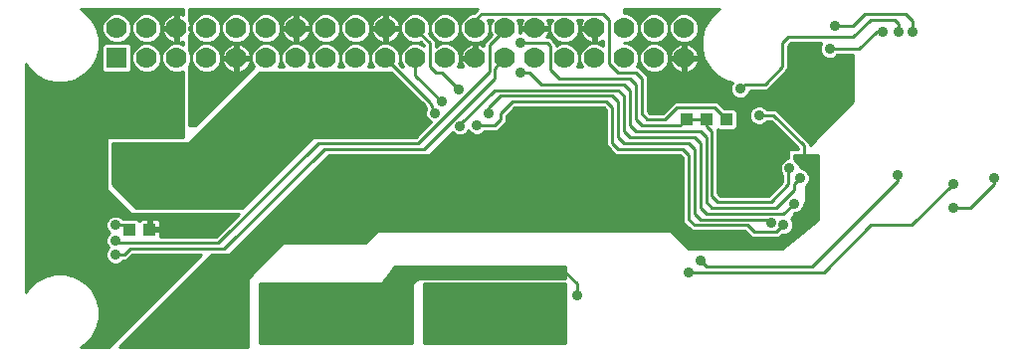
<source format=gbl>
G75*
%MOIN*%
%OFA0B0*%
%FSLAX25Y25*%
%IPPOS*%
%LPD*%
%AMOC8*
5,1,8,0,0,1.08239X$1,22.5*
%
%ADD10R,0.07000X0.07000*%
%ADD11C,0.07000*%
%ADD12R,0.03937X0.04331*%
%ADD13C,0.03569*%
%ADD14C,0.01000*%
D10*
X0083489Y0114367D03*
D11*
X0093489Y0114367D03*
X0103489Y0114367D03*
X0113489Y0114367D03*
X0123489Y0114367D03*
X0133489Y0114367D03*
X0143489Y0114367D03*
X0153489Y0114367D03*
X0163489Y0114367D03*
X0173489Y0114367D03*
X0183489Y0114367D03*
X0193489Y0114367D03*
X0203489Y0114367D03*
X0213489Y0114367D03*
X0223489Y0114367D03*
X0233489Y0114367D03*
X0243489Y0114367D03*
X0253489Y0114367D03*
X0263489Y0114367D03*
X0273489Y0114367D03*
X0273489Y0124367D03*
X0263489Y0124367D03*
X0253489Y0124367D03*
X0243489Y0124367D03*
X0233489Y0124367D03*
X0223489Y0124367D03*
X0213489Y0124367D03*
X0203489Y0124367D03*
X0193489Y0124367D03*
X0183489Y0124367D03*
X0173489Y0124367D03*
X0163489Y0124367D03*
X0153489Y0124367D03*
X0143489Y0124367D03*
X0133489Y0124367D03*
X0123489Y0124367D03*
X0113489Y0124367D03*
X0103489Y0124367D03*
X0093489Y0124367D03*
X0083489Y0124367D03*
D12*
X0087741Y0056966D03*
X0094434Y0056966D03*
X0274355Y0093777D03*
X0281048Y0093777D03*
X0281048Y0093777D03*
X0287741Y0093777D03*
D13*
X0298567Y0095155D03*
X0292268Y0104013D03*
X0312347Y0115430D03*
X0322189Y0117399D03*
X0324158Y0125273D03*
X0340103Y0123304D03*
X0345221Y0123304D03*
X0350142Y0123304D03*
X0307623Y0084525D03*
X0313528Y0079997D03*
X0308804Y0077438D03*
X0312347Y0074092D03*
X0310378Y0065627D03*
X0306835Y0058344D03*
X0302504Y0059131D03*
X0285772Y0054604D03*
X0278882Y0046533D03*
X0274945Y0042596D03*
X0271008Y0062281D03*
X0286953Y0069564D03*
X0296796Y0069564D03*
X0296796Y0079210D03*
X0286953Y0079210D03*
X0271402Y0079604D03*
X0245418Y0095745D03*
X0218646Y0109525D03*
X0218646Y0119367D03*
X0197977Y0103816D03*
X0192268Y0099682D03*
X0190103Y0095942D03*
X0198371Y0091612D03*
X0204079Y0091808D03*
X0208016Y0095745D03*
X0166678Y0089840D03*
X0158804Y0089840D03*
X0158804Y0107556D03*
X0166678Y0107556D03*
X0124355Y0092005D03*
X0099749Y0083934D03*
X0084000Y0083934D03*
X0084000Y0072123D03*
X0089906Y0066218D03*
X0083016Y0058344D03*
X0083016Y0053226D03*
X0083016Y0048501D03*
X0064315Y0044564D03*
X0054473Y0044564D03*
X0054473Y0070155D03*
X0064315Y0070155D03*
X0054473Y0091808D03*
X0054473Y0107556D03*
X0107623Y0066218D03*
X0156835Y0034722D03*
X0156835Y0020942D03*
X0178489Y0020942D03*
X0190300Y0020942D03*
X0211953Y0020942D03*
X0211953Y0034722D03*
X0227701Y0042596D03*
X0237544Y0034722D03*
X0190300Y0034722D03*
X0178489Y0034722D03*
X0113528Y0022911D03*
X0105654Y0022911D03*
X0075339Y0018974D03*
X0345024Y0075273D03*
X0363528Y0072123D03*
X0363528Y0064249D03*
X0377308Y0074092D03*
D14*
X0053004Y0035847D02*
X0053004Y0112337D01*
X0053664Y0111194D01*
X0056142Y0108716D01*
X0059178Y0106964D01*
X0062563Y0106056D01*
X0066068Y0106056D01*
X0069453Y0106964D01*
X0072489Y0108716D01*
X0074967Y0111194D01*
X0076719Y0114230D01*
X0077626Y0117615D01*
X0077626Y0121120D01*
X0076719Y0124505D01*
X0074967Y0127541D01*
X0072489Y0130019D01*
X0071346Y0130678D01*
X0105654Y0130678D01*
X0105654Y0128876D01*
X0105408Y0129001D01*
X0104659Y0129244D01*
X0103973Y0129353D01*
X0103973Y0124852D01*
X0103004Y0124852D01*
X0103004Y0123883D01*
X0098503Y0123883D01*
X0098612Y0123197D01*
X0098855Y0122448D01*
X0099212Y0121747D01*
X0099675Y0121110D01*
X0100231Y0120554D01*
X0100868Y0120091D01*
X0101569Y0119734D01*
X0102318Y0119491D01*
X0103004Y0119382D01*
X0103004Y0123883D01*
X0103973Y0123883D01*
X0103973Y0119382D01*
X0104659Y0119491D01*
X0105408Y0119734D01*
X0105654Y0119859D01*
X0105654Y0118882D01*
X0104483Y0119367D01*
X0102494Y0119367D01*
X0100656Y0118606D01*
X0099250Y0117200D01*
X0098489Y0115362D01*
X0098489Y0113373D01*
X0099250Y0111535D01*
X0100656Y0110129D01*
X0102494Y0109367D01*
X0104483Y0109367D01*
X0105654Y0109852D01*
X0105654Y0087871D01*
X0080063Y0087871D01*
X0080063Y0070155D01*
X0087937Y0062281D01*
X0124479Y0062281D01*
X0116637Y0054438D01*
X0097858Y0054438D01*
X0097902Y0054603D01*
X0097902Y0056482D01*
X0094918Y0056482D01*
X0094918Y0057450D01*
X0097902Y0057450D01*
X0097902Y0059329D01*
X0097800Y0059710D01*
X0097602Y0060052D01*
X0097323Y0060331D01*
X0096981Y0060529D01*
X0096600Y0060631D01*
X0094918Y0060631D01*
X0094918Y0057450D01*
X0093949Y0057450D01*
X0093949Y0060631D01*
X0092268Y0060631D01*
X0091886Y0060529D01*
X0091544Y0060331D01*
X0091265Y0060052D01*
X0091135Y0059827D01*
X0090330Y0060631D01*
X0085373Y0060631D01*
X0084877Y0061128D01*
X0083670Y0061628D01*
X0082363Y0061628D01*
X0081156Y0061128D01*
X0080232Y0060204D01*
X0079732Y0058997D01*
X0079732Y0057691D01*
X0080232Y0056483D01*
X0080931Y0055785D01*
X0080232Y0055086D01*
X0079732Y0053879D01*
X0079732Y0052572D01*
X0080232Y0051365D01*
X0080734Y0050863D01*
X0080232Y0050362D01*
X0079732Y0049155D01*
X0079732Y0047848D01*
X0080232Y0046641D01*
X0081156Y0045717D01*
X0082363Y0045217D01*
X0083670Y0045217D01*
X0084877Y0045717D01*
X0085661Y0046501D01*
X0086797Y0046501D01*
X0088766Y0048470D01*
X0111528Y0048470D01*
X0080563Y0017505D01*
X0071346Y0017505D01*
X0072489Y0018165D01*
X0074967Y0020643D01*
X0076719Y0023678D01*
X0077626Y0027064D01*
X0077626Y0030569D01*
X0076719Y0033954D01*
X0074967Y0036989D01*
X0072489Y0039468D01*
X0069453Y0041220D01*
X0066068Y0042127D01*
X0062563Y0042127D01*
X0059178Y0041220D01*
X0056142Y0039468D01*
X0053664Y0036989D01*
X0053004Y0035847D01*
X0053004Y0036005D02*
X0053096Y0036005D01*
X0053004Y0037004D02*
X0053679Y0037004D01*
X0053004Y0038002D02*
X0054677Y0038002D01*
X0055676Y0039001D02*
X0053004Y0039001D01*
X0053004Y0040000D02*
X0057063Y0040000D01*
X0058793Y0040998D02*
X0053004Y0040998D01*
X0053004Y0041997D02*
X0062075Y0041997D01*
X0066556Y0041997D02*
X0105055Y0041997D01*
X0106053Y0042995D02*
X0053004Y0042995D01*
X0053004Y0043994D02*
X0107052Y0043994D01*
X0108050Y0044992D02*
X0053004Y0044992D01*
X0053004Y0045991D02*
X0080882Y0045991D01*
X0080088Y0046989D02*
X0053004Y0046989D01*
X0053004Y0047988D02*
X0079732Y0047988D01*
X0079732Y0048986D02*
X0053004Y0048986D01*
X0053004Y0049985D02*
X0080076Y0049985D01*
X0080614Y0050983D02*
X0053004Y0050983D01*
X0053004Y0051982D02*
X0079977Y0051982D01*
X0079732Y0052980D02*
X0053004Y0052980D01*
X0053004Y0053979D02*
X0079773Y0053979D01*
X0080187Y0054977D02*
X0053004Y0054977D01*
X0053004Y0055976D02*
X0080740Y0055976D01*
X0080029Y0056974D02*
X0053004Y0056974D01*
X0053004Y0057973D02*
X0079732Y0057973D01*
X0079732Y0058971D02*
X0053004Y0058971D01*
X0053004Y0059970D02*
X0080135Y0059970D01*
X0080996Y0060968D02*
X0053004Y0060968D01*
X0053004Y0061967D02*
X0124165Y0061967D01*
X0123167Y0060968D02*
X0085036Y0060968D01*
X0086363Y0058344D02*
X0083016Y0058344D01*
X0086363Y0058344D02*
X0087741Y0056966D01*
X0083804Y0052438D02*
X0083016Y0053226D01*
X0083804Y0052438D02*
X0117465Y0052438D01*
X0150930Y0085903D01*
X0184394Y0085903D01*
X0208213Y0109722D01*
X0208410Y0118698D01*
X0213489Y0123777D01*
X0213489Y0124367D01*
X0218190Y0122652D02*
X0218489Y0123373D01*
X0218489Y0125362D01*
X0217727Y0127200D01*
X0217717Y0127210D01*
X0219374Y0127210D01*
X0219212Y0126988D01*
X0218855Y0126287D01*
X0218612Y0125538D01*
X0218503Y0124852D01*
X0223004Y0124852D01*
X0223004Y0123883D01*
X0218503Y0123883D01*
X0218612Y0123197D01*
X0218789Y0122652D01*
X0218190Y0122652D01*
X0218283Y0122876D02*
X0218716Y0122876D01*
X0218504Y0123874D02*
X0218489Y0123874D01*
X0218489Y0124873D02*
X0218506Y0124873D01*
X0218720Y0125871D02*
X0218278Y0125871D01*
X0217864Y0126870D02*
X0219152Y0126870D01*
X0223973Y0124852D02*
X0228474Y0124852D01*
X0228366Y0125538D01*
X0228122Y0126287D01*
X0227765Y0126988D01*
X0227604Y0127210D01*
X0229260Y0127210D01*
X0229250Y0127200D01*
X0228489Y0125362D01*
X0228489Y0123373D01*
X0229250Y0121535D01*
X0230656Y0120129D01*
X0232494Y0119367D01*
X0230686Y0118618D01*
X0230686Y0119212D01*
X0229701Y0120196D01*
X0228530Y0121367D01*
X0227489Y0121367D01*
X0227765Y0121747D01*
X0228122Y0122448D01*
X0228366Y0123197D01*
X0228474Y0123883D01*
X0223973Y0123883D01*
X0223973Y0124852D01*
X0227825Y0126870D02*
X0229113Y0126870D01*
X0228700Y0125871D02*
X0228257Y0125871D01*
X0228471Y0124873D02*
X0228489Y0124873D01*
X0228473Y0123874D02*
X0228489Y0123874D01*
X0228694Y0122876D02*
X0228261Y0122876D01*
X0227832Y0121877D02*
X0229108Y0121877D01*
X0229018Y0120879D02*
X0229906Y0120879D01*
X0230017Y0119880D02*
X0231256Y0119880D01*
X0231322Y0118882D02*
X0230686Y0118882D01*
X0232494Y0119367D02*
X0234483Y0119367D01*
X0232494Y0119367D01*
X0234483Y0119367D02*
X0236321Y0118606D01*
X0237727Y0117200D01*
X0238489Y0115362D01*
X0238489Y0113373D01*
X0239250Y0111535D01*
X0239260Y0111525D01*
X0237717Y0111525D01*
X0237727Y0111535D01*
X0238489Y0113373D01*
X0238489Y0115362D01*
X0239250Y0117200D01*
X0240656Y0118606D01*
X0242494Y0119367D01*
X0244483Y0119367D01*
X0246321Y0118606D01*
X0246371Y0118557D01*
X0246371Y0120281D01*
X0246109Y0120091D01*
X0245408Y0119734D01*
X0244659Y0119491D01*
X0243973Y0119382D01*
X0243973Y0123883D01*
X0243004Y0123883D01*
X0238503Y0123883D01*
X0238612Y0123197D01*
X0238855Y0122448D01*
X0239212Y0121747D01*
X0239675Y0121110D01*
X0240231Y0120554D01*
X0240868Y0120091D01*
X0241569Y0119734D01*
X0242318Y0119491D01*
X0243004Y0119382D01*
X0243004Y0123883D01*
X0243004Y0124852D01*
X0238503Y0124852D01*
X0238612Y0125538D01*
X0238855Y0126287D01*
X0239212Y0126988D01*
X0239374Y0127210D01*
X0237717Y0127210D01*
X0237727Y0127200D01*
X0238489Y0125362D01*
X0238489Y0123373D01*
X0237727Y0121535D01*
X0236321Y0120129D01*
X0234483Y0119367D01*
X0235655Y0118882D02*
X0241322Y0118882D01*
X0241281Y0119880D02*
X0235722Y0119880D01*
X0237071Y0120879D02*
X0239906Y0120879D01*
X0239146Y0121877D02*
X0237869Y0121877D01*
X0238283Y0122876D02*
X0238716Y0122876D01*
X0238504Y0123874D02*
X0238489Y0123874D01*
X0238489Y0124873D02*
X0238506Y0124873D01*
X0238720Y0125871D02*
X0238278Y0125871D01*
X0237864Y0126870D02*
X0239152Y0126870D01*
X0243004Y0123874D02*
X0243973Y0123874D01*
X0243973Y0122876D02*
X0243004Y0122876D01*
X0243004Y0121877D02*
X0243973Y0121877D01*
X0243973Y0120879D02*
X0243004Y0120879D01*
X0243004Y0119880D02*
X0243973Y0119880D01*
X0245696Y0119880D02*
X0246371Y0119880D01*
X0246371Y0118882D02*
X0245655Y0118882D01*
X0239934Y0117883D02*
X0237044Y0117883D01*
X0237858Y0116885D02*
X0239119Y0116885D01*
X0238706Y0115886D02*
X0238271Y0115886D01*
X0238489Y0114888D02*
X0238489Y0114888D01*
X0238489Y0113889D02*
X0238489Y0113889D01*
X0238289Y0112891D02*
X0238688Y0112891D01*
X0239102Y0111892D02*
X0237875Y0111892D01*
X0231638Y0107556D02*
X0228686Y0110509D01*
X0228686Y0118383D01*
X0227701Y0119367D01*
X0218646Y0119367D01*
X0209006Y0122123D02*
X0207011Y0120128D01*
X0206429Y0119570D01*
X0206428Y0119545D01*
X0206410Y0119527D01*
X0206410Y0118720D01*
X0206404Y0118430D01*
X0206109Y0118644D01*
X0205408Y0119001D01*
X0204659Y0119244D01*
X0203973Y0119353D01*
X0203973Y0114852D01*
X0203004Y0114852D01*
X0203004Y0113883D01*
X0198503Y0113883D01*
X0198612Y0113197D01*
X0198855Y0112448D01*
X0199212Y0111747D01*
X0199374Y0111525D01*
X0197717Y0111525D01*
X0197727Y0111535D01*
X0198489Y0113373D01*
X0198489Y0115362D01*
X0197727Y0117200D01*
X0196321Y0118606D01*
X0194483Y0119367D01*
X0192494Y0119367D01*
X0190656Y0118606D01*
X0190331Y0118281D01*
X0190331Y0120196D01*
X0188098Y0122429D01*
X0188489Y0123373D01*
X0189250Y0121535D01*
X0190656Y0120129D01*
X0192494Y0119367D01*
X0194483Y0119367D01*
X0196321Y0120129D01*
X0197727Y0121535D01*
X0198489Y0123373D01*
X0199250Y0121535D01*
X0200656Y0120129D01*
X0202494Y0119367D01*
X0204483Y0119367D01*
X0206321Y0120129D01*
X0207727Y0121535D01*
X0208489Y0123373D01*
X0209006Y0122123D01*
X0208761Y0121877D02*
X0207869Y0121877D01*
X0207762Y0120879D02*
X0207071Y0120879D01*
X0206753Y0119880D02*
X0205722Y0119880D01*
X0205642Y0118882D02*
X0206410Y0118882D01*
X0203973Y0118882D02*
X0203004Y0118882D01*
X0203004Y0119353D02*
X0203004Y0114852D01*
X0198503Y0114852D01*
X0198612Y0115538D01*
X0198855Y0116287D01*
X0199212Y0116988D01*
X0199675Y0117625D01*
X0200231Y0118181D01*
X0200868Y0118644D01*
X0201569Y0119001D01*
X0202318Y0119244D01*
X0203004Y0119353D01*
X0203004Y0117883D02*
X0203973Y0117883D01*
X0203973Y0116885D02*
X0203004Y0116885D01*
X0203004Y0115886D02*
X0203973Y0115886D01*
X0203973Y0114888D02*
X0203004Y0114888D01*
X0203004Y0113889D02*
X0198489Y0113889D01*
X0198489Y0114888D02*
X0198509Y0114888D01*
X0198725Y0115886D02*
X0198271Y0115886D01*
X0197858Y0116885D02*
X0199160Y0116885D01*
X0199934Y0117883D02*
X0197044Y0117883D01*
X0195655Y0118882D02*
X0201335Y0118882D01*
X0201256Y0119880D02*
X0195722Y0119880D01*
X0197071Y0120879D02*
X0199906Y0120879D01*
X0199108Y0121877D02*
X0197869Y0121877D01*
X0198283Y0122876D02*
X0198694Y0122876D01*
X0198489Y0123373D02*
X0198489Y0125362D01*
X0198489Y0123373D01*
X0198489Y0123874D02*
X0198489Y0123874D01*
X0198489Y0124873D02*
X0198489Y0124873D01*
X0198489Y0125362D02*
X0197727Y0127200D01*
X0196321Y0128606D01*
X0194483Y0129367D01*
X0192494Y0129367D01*
X0190656Y0128606D01*
X0189250Y0127200D01*
X0188489Y0125362D01*
X0188489Y0123373D01*
X0188489Y0125362D01*
X0187727Y0127200D01*
X0186321Y0128606D01*
X0184483Y0129367D01*
X0182494Y0129367D01*
X0180656Y0128606D01*
X0179250Y0127200D01*
X0178489Y0125362D01*
X0178489Y0123373D01*
X0179250Y0121535D01*
X0180656Y0120129D01*
X0182494Y0119367D01*
X0180656Y0118606D01*
X0179250Y0117200D01*
X0178489Y0115362D01*
X0178489Y0113373D01*
X0179250Y0111535D01*
X0179260Y0111525D01*
X0179160Y0111525D01*
X0178144Y0112541D01*
X0178489Y0113373D01*
X0178489Y0115362D01*
X0177727Y0117200D01*
X0176321Y0118606D01*
X0174483Y0119367D01*
X0172494Y0119367D01*
X0170656Y0118606D01*
X0169250Y0117200D01*
X0168489Y0115362D01*
X0168489Y0113373D01*
X0169250Y0111535D01*
X0169260Y0111525D01*
X0167717Y0111525D01*
X0167727Y0111535D01*
X0168489Y0113373D01*
X0168489Y0115362D01*
X0167727Y0117200D01*
X0166321Y0118606D01*
X0164483Y0119367D01*
X0162494Y0119367D01*
X0160656Y0118606D01*
X0159250Y0117200D01*
X0158489Y0115362D01*
X0158489Y0113373D01*
X0159250Y0111535D01*
X0159260Y0111525D01*
X0157717Y0111525D01*
X0157727Y0111535D01*
X0158489Y0113373D01*
X0158489Y0115362D01*
X0157727Y0117200D01*
X0156321Y0118606D01*
X0154483Y0119367D01*
X0152494Y0119367D01*
X0150656Y0118606D01*
X0149250Y0117200D01*
X0148489Y0115362D01*
X0148489Y0113373D01*
X0149250Y0111535D01*
X0149260Y0111525D01*
X0147717Y0111525D01*
X0147727Y0111535D01*
X0148489Y0113373D01*
X0148489Y0115362D01*
X0147727Y0117200D01*
X0146321Y0118606D01*
X0144483Y0119367D01*
X0142494Y0119367D01*
X0140656Y0118606D01*
X0139250Y0117200D01*
X0138489Y0115362D01*
X0138489Y0113373D01*
X0139250Y0111535D01*
X0139260Y0111525D01*
X0137717Y0111525D01*
X0137727Y0111535D01*
X0138489Y0113373D01*
X0138489Y0115362D01*
X0137727Y0117200D01*
X0136321Y0118606D01*
X0134483Y0119367D01*
X0132494Y0119367D01*
X0130656Y0118606D01*
X0129250Y0117200D01*
X0128489Y0115362D01*
X0128489Y0113373D01*
X0129250Y0111535D01*
X0129292Y0111493D01*
X0129276Y0111493D01*
X0109591Y0091808D01*
X0107623Y0091808D01*
X0107623Y0111430D01*
X0107727Y0111535D01*
X0108489Y0113373D01*
X0109250Y0111535D01*
X0110656Y0110129D01*
X0112494Y0109367D01*
X0114483Y0109367D01*
X0116321Y0110129D01*
X0117727Y0111535D01*
X0118489Y0113373D01*
X0118489Y0115362D01*
X0117727Y0117200D01*
X0116321Y0118606D01*
X0114483Y0119367D01*
X0112494Y0119367D01*
X0110656Y0118606D01*
X0109250Y0117200D01*
X0108489Y0115362D01*
X0108489Y0113373D01*
X0108489Y0115362D01*
X0107727Y0117200D01*
X0107623Y0117305D01*
X0107623Y0121551D01*
X0107765Y0121747D01*
X0108122Y0122448D01*
X0108366Y0123197D01*
X0108474Y0123883D01*
X0107623Y0123883D01*
X0107623Y0124852D01*
X0108474Y0124852D01*
X0108366Y0125538D01*
X0108122Y0126287D01*
X0107765Y0126988D01*
X0107623Y0127184D01*
X0107623Y0130678D01*
X0204294Y0130678D01*
X0202983Y0129367D01*
X0202494Y0129367D01*
X0200656Y0128606D01*
X0199250Y0127200D01*
X0198489Y0125362D01*
X0198278Y0125871D02*
X0198700Y0125871D01*
X0199113Y0126870D02*
X0197864Y0126870D01*
X0197059Y0127869D02*
X0199919Y0127869D01*
X0201286Y0128867D02*
X0195691Y0128867D01*
X0191286Y0128867D02*
X0185691Y0128867D01*
X0187059Y0127869D02*
X0189919Y0127869D01*
X0189113Y0126870D02*
X0187864Y0126870D01*
X0188278Y0125871D02*
X0188700Y0125871D01*
X0188489Y0124873D02*
X0188489Y0124873D01*
X0188489Y0123874D02*
X0188489Y0123874D01*
X0188694Y0122876D02*
X0188283Y0122876D01*
X0188650Y0121877D02*
X0189108Y0121877D01*
X0189648Y0120879D02*
X0189906Y0120879D01*
X0190331Y0119880D02*
X0191256Y0119880D01*
X0191322Y0118882D02*
X0190331Y0118882D01*
X0188331Y0119367D02*
X0183489Y0124210D01*
X0183489Y0124367D01*
X0179919Y0127869D02*
X0177059Y0127869D01*
X0177302Y0127625D02*
X0176746Y0128181D01*
X0176109Y0128644D01*
X0175408Y0129001D01*
X0174659Y0129244D01*
X0173973Y0129353D01*
X0173973Y0124852D01*
X0173004Y0124852D01*
X0173004Y0123883D01*
X0168503Y0123883D01*
X0168612Y0123197D01*
X0168855Y0122448D01*
X0169212Y0121747D01*
X0169675Y0121110D01*
X0170231Y0120554D01*
X0170868Y0120091D01*
X0171569Y0119734D01*
X0172318Y0119491D01*
X0173004Y0119382D01*
X0173004Y0123883D01*
X0173973Y0123883D01*
X0173973Y0119382D01*
X0174659Y0119491D01*
X0175408Y0119734D01*
X0176109Y0120091D01*
X0176746Y0120554D01*
X0177302Y0121110D01*
X0177765Y0121747D01*
X0178122Y0122448D01*
X0178366Y0123197D01*
X0178474Y0123883D01*
X0173973Y0123883D01*
X0173973Y0124852D01*
X0178474Y0124852D01*
X0178366Y0125538D01*
X0178122Y0126287D01*
X0177765Y0126988D01*
X0177302Y0127625D01*
X0177825Y0126870D02*
X0179113Y0126870D01*
X0178700Y0125871D02*
X0178257Y0125871D01*
X0178471Y0124873D02*
X0178489Y0124873D01*
X0178473Y0123874D02*
X0178489Y0123874D01*
X0178694Y0122876D02*
X0178261Y0122876D01*
X0177832Y0121877D02*
X0179108Y0121877D01*
X0179906Y0120879D02*
X0177071Y0120879D01*
X0175696Y0119880D02*
X0181256Y0119880D01*
X0181322Y0118882D02*
X0175655Y0118882D01*
X0177044Y0117883D02*
X0179934Y0117883D01*
X0179119Y0116885D02*
X0177858Y0116885D01*
X0178271Y0115886D02*
X0178706Y0115886D01*
X0178489Y0114888D02*
X0178489Y0114888D01*
X0178489Y0113889D02*
X0178489Y0113889D01*
X0178289Y0112891D02*
X0178688Y0112891D01*
X0178792Y0111892D02*
X0179102Y0111892D01*
X0176131Y0108897D02*
X0130616Y0108897D01*
X0131245Y0109525D02*
X0132114Y0109525D01*
X0132494Y0109367D01*
X0134483Y0109367D01*
X0134863Y0109525D01*
X0142114Y0109525D01*
X0142494Y0109367D01*
X0144483Y0109367D01*
X0144863Y0109525D01*
X0152114Y0109525D01*
X0152494Y0109367D01*
X0154483Y0109367D01*
X0154863Y0109525D01*
X0162114Y0109525D01*
X0162494Y0109367D01*
X0164483Y0109367D01*
X0164863Y0109525D01*
X0172114Y0109525D01*
X0172494Y0109367D01*
X0174483Y0109367D01*
X0174863Y0109525D01*
X0175503Y0109525D01*
X0186684Y0098343D01*
X0187151Y0097399D01*
X0186819Y0096596D01*
X0186819Y0095289D01*
X0187319Y0094082D01*
X0188242Y0093158D01*
X0188651Y0092989D01*
X0183566Y0087903D01*
X0150101Y0087903D01*
X0150070Y0087871D01*
X0148961Y0087871D01*
X0125371Y0064281D01*
X0089874Y0064281D01*
X0082063Y0072092D01*
X0082063Y0085871D01*
X0106482Y0085871D01*
X0106514Y0085903D01*
X0107623Y0085903D01*
X0131245Y0109525D01*
X0129618Y0107898D02*
X0177129Y0107898D01*
X0178128Y0106900D02*
X0128619Y0106900D01*
X0127621Y0105901D02*
X0179126Y0105901D01*
X0180125Y0104903D02*
X0126622Y0104903D01*
X0125624Y0103904D02*
X0181123Y0103904D01*
X0182122Y0102906D02*
X0124625Y0102906D01*
X0123627Y0101907D02*
X0183120Y0101907D01*
X0184119Y0100909D02*
X0122628Y0100909D01*
X0121630Y0099910D02*
X0185117Y0099910D01*
X0186116Y0098912D02*
X0120631Y0098912D01*
X0119633Y0097913D02*
X0186897Y0097913D01*
X0186951Y0096915D02*
X0118634Y0096915D01*
X0117636Y0095916D02*
X0186819Y0095916D01*
X0186972Y0094918D02*
X0116637Y0094918D01*
X0115639Y0093919D02*
X0187481Y0093919D01*
X0188584Y0092921D02*
X0114640Y0092921D01*
X0113642Y0091922D02*
X0187585Y0091922D01*
X0186586Y0090924D02*
X0112643Y0090924D01*
X0111645Y0089925D02*
X0185588Y0089925D01*
X0184589Y0088927D02*
X0110646Y0088927D01*
X0109648Y0087928D02*
X0183591Y0087928D01*
X0186363Y0083934D02*
X0209985Y0107556D01*
X0209985Y0110863D01*
X0213489Y0114367D01*
X0218646Y0109525D02*
X0221796Y0109525D01*
X0225733Y0105588D01*
X0253292Y0105588D01*
X0255260Y0103619D01*
X0255260Y0091808D01*
X0257229Y0089840D01*
X0278882Y0089840D01*
X0280851Y0087871D01*
X0280851Y0066218D01*
X0282819Y0064249D01*
X0304473Y0064249D01*
X0310378Y0070155D01*
X0310378Y0072123D01*
X0312347Y0074092D01*
X0315429Y0072950D02*
X0318252Y0072950D01*
X0318252Y0071952D02*
X0314852Y0071952D01*
X0315131Y0072231D02*
X0315631Y0073439D01*
X0315631Y0074745D01*
X0315131Y0075952D01*
X0314207Y0076876D01*
X0313000Y0077376D01*
X0313000Y0077376D01*
X0311949Y0078427D01*
X0311588Y0079299D01*
X0310664Y0080223D01*
X0310410Y0080328D01*
X0310410Y0081934D01*
X0315144Y0081934D01*
X0315175Y0081966D01*
X0318252Y0081966D01*
X0318252Y0060312D01*
X0306441Y0050470D01*
X0304473Y0050470D01*
X0304473Y0053982D01*
X0305301Y0053982D01*
X0306379Y0055060D01*
X0307488Y0055060D01*
X0308695Y0055560D01*
X0309619Y0056483D01*
X0310119Y0057691D01*
X0310119Y0058997D01*
X0309619Y0060204D01*
X0309391Y0060433D01*
X0310410Y0061452D01*
X0310410Y0062312D01*
X0310441Y0062343D01*
X0311032Y0062343D01*
X0312239Y0062843D01*
X0313163Y0063767D01*
X0313663Y0064974D01*
X0313663Y0065565D01*
X0314315Y0066218D01*
X0314315Y0071416D01*
X0315131Y0072231D01*
X0314315Y0070953D02*
X0318252Y0070953D01*
X0318252Y0069955D02*
X0314315Y0069955D01*
X0314315Y0068956D02*
X0318252Y0068956D01*
X0318252Y0067958D02*
X0314315Y0067958D01*
X0314315Y0066959D02*
X0318252Y0066959D01*
X0318252Y0065961D02*
X0314058Y0065961D01*
X0313658Y0064962D02*
X0318252Y0064962D01*
X0318252Y0063964D02*
X0313244Y0063964D01*
X0312361Y0062965D02*
X0318252Y0062965D01*
X0318252Y0061967D02*
X0310410Y0061967D01*
X0309926Y0060968D02*
X0318252Y0060968D01*
X0317841Y0059970D02*
X0309716Y0059970D01*
X0310119Y0058971D02*
X0316643Y0058971D01*
X0315445Y0057973D02*
X0310119Y0057973D01*
X0309823Y0056974D02*
X0314247Y0056974D01*
X0313048Y0055976D02*
X0309112Y0055976D01*
X0310652Y0053979D02*
X0304473Y0053979D01*
X0305301Y0053982D02*
X0306379Y0055060D01*
X0306441Y0055060D01*
X0306441Y0050470D01*
X0274945Y0050470D01*
X0274945Y0054407D01*
X0276882Y0056344D01*
X0293802Y0056344D01*
X0296164Y0053982D01*
X0305301Y0053982D01*
X0306441Y0053979D02*
X0274945Y0053979D01*
X0274945Y0052980D02*
X0306441Y0052980D01*
X0306441Y0051982D02*
X0274945Y0051982D01*
X0274945Y0050983D02*
X0306441Y0050983D01*
X0307057Y0050983D02*
X0304473Y0050983D01*
X0304473Y0051982D02*
X0308256Y0051982D01*
X0309454Y0052980D02*
X0304473Y0052980D01*
X0306297Y0054977D02*
X0311850Y0054977D01*
X0306441Y0054977D02*
X0306297Y0054977D01*
X0304473Y0055982D02*
X0306835Y0058344D01*
X0304473Y0055982D02*
X0296993Y0055982D01*
X0294630Y0058344D01*
X0276914Y0058344D01*
X0274945Y0060312D01*
X0274945Y0081966D01*
X0272977Y0083934D01*
X0251323Y0083934D01*
X0249355Y0085903D01*
X0249355Y0097714D01*
X0247386Y0099682D01*
X0215890Y0099682D01*
X0211953Y0095745D01*
X0211953Y0093777D01*
X0209985Y0091808D01*
X0204079Y0091808D01*
X0206724Y0089808D02*
X0210813Y0089808D01*
X0211985Y0090980D01*
X0213953Y0092948D01*
X0213953Y0094917D01*
X0216719Y0097682D01*
X0246558Y0097682D01*
X0247355Y0096885D01*
X0247355Y0085074D01*
X0248526Y0083903D01*
X0250495Y0081934D01*
X0251323Y0081934D01*
X0272148Y0081934D01*
X0272945Y0081137D01*
X0272945Y0059484D01*
X0274117Y0058312D01*
X0274914Y0057515D01*
X0276085Y0056344D01*
X0278882Y0056344D01*
X0278882Y0050470D01*
X0274945Y0050470D01*
X0269040Y0056375D01*
X0251323Y0056375D01*
X0251323Y0081934D01*
X0251323Y0056375D01*
X0184394Y0056375D01*
X0184394Y0081934D01*
X0187191Y0081934D01*
X0187223Y0081966D01*
X0188331Y0081966D01*
X0195851Y0089486D01*
X0196510Y0088827D01*
X0197717Y0088327D01*
X0199024Y0088327D01*
X0200231Y0088827D01*
X0201155Y0089751D01*
X0201266Y0090019D01*
X0201295Y0089948D01*
X0202219Y0089024D01*
X0203426Y0088524D01*
X0204732Y0088524D01*
X0205940Y0089024D01*
X0206724Y0089808D01*
X0205704Y0088927D02*
X0247355Y0088927D01*
X0247355Y0089925D02*
X0210930Y0089925D01*
X0211928Y0090924D02*
X0247355Y0090924D01*
X0247355Y0091922D02*
X0212927Y0091922D01*
X0213925Y0092921D02*
X0247355Y0092921D01*
X0247355Y0093919D02*
X0213953Y0093919D01*
X0213954Y0094918D02*
X0247355Y0094918D01*
X0247355Y0095916D02*
X0214952Y0095916D01*
X0215951Y0096915D02*
X0247326Y0096915D01*
X0251323Y0099682D02*
X0249355Y0101651D01*
X0211953Y0101651D01*
X0208016Y0097714D01*
X0208016Y0095745D01*
X0209985Y0103619D02*
X0198371Y0092005D01*
X0198371Y0091612D01*
X0201227Y0089925D02*
X0201318Y0089925D01*
X0200330Y0088927D02*
X0202454Y0088927D01*
X0196411Y0088927D02*
X0195292Y0088927D01*
X0194293Y0087928D02*
X0247355Y0087928D01*
X0247355Y0086930D02*
X0193295Y0086930D01*
X0192296Y0085931D02*
X0247355Y0085931D01*
X0247497Y0084933D02*
X0191298Y0084933D01*
X0190299Y0083934D02*
X0248495Y0083934D01*
X0249494Y0082935D02*
X0189301Y0082935D01*
X0187194Y0081937D02*
X0250492Y0081937D01*
X0251323Y0080938D02*
X0272945Y0080938D01*
X0272945Y0079940D02*
X0251323Y0079940D01*
X0184394Y0079940D01*
X0152841Y0079940D01*
X0153839Y0080938D02*
X0184394Y0080938D01*
X0251323Y0080938D01*
X0251323Y0078941D02*
X0272945Y0078941D01*
X0272945Y0077943D02*
X0251323Y0077943D01*
X0184394Y0077943D01*
X0150844Y0077943D01*
X0151842Y0078941D02*
X0184394Y0078941D01*
X0251323Y0078941D01*
X0251323Y0076944D02*
X0272945Y0076944D01*
X0272945Y0075946D02*
X0251323Y0075946D01*
X0184394Y0075946D01*
X0148847Y0075946D01*
X0149845Y0076944D02*
X0184394Y0076944D01*
X0251323Y0076944D01*
X0251323Y0074947D02*
X0272945Y0074947D01*
X0272945Y0073949D02*
X0251323Y0073949D01*
X0184394Y0073949D01*
X0146850Y0073949D01*
X0147848Y0074947D02*
X0184394Y0074947D01*
X0251323Y0074947D01*
X0251323Y0072950D02*
X0272945Y0072950D01*
X0272945Y0071952D02*
X0251323Y0071952D01*
X0184394Y0071952D01*
X0144853Y0071952D01*
X0145851Y0072950D02*
X0184394Y0072950D01*
X0251323Y0072950D01*
X0251323Y0070953D02*
X0272945Y0070953D01*
X0272945Y0069955D02*
X0251323Y0069955D01*
X0184394Y0069955D01*
X0142856Y0069955D01*
X0143854Y0070953D02*
X0184394Y0070953D01*
X0251323Y0070953D01*
X0251323Y0068956D02*
X0272945Y0068956D01*
X0272945Y0067958D02*
X0251323Y0067958D01*
X0184394Y0067958D01*
X0140859Y0067958D01*
X0141857Y0068956D02*
X0184394Y0068956D01*
X0251323Y0068956D01*
X0251323Y0066959D02*
X0272945Y0066959D01*
X0272945Y0065961D02*
X0251323Y0065961D01*
X0184394Y0065961D01*
X0138862Y0065961D01*
X0139860Y0066959D02*
X0184394Y0066959D01*
X0251323Y0066959D01*
X0251323Y0064962D02*
X0272945Y0064962D01*
X0272945Y0063964D02*
X0251323Y0063964D01*
X0184394Y0063964D01*
X0136865Y0063964D01*
X0137863Y0064962D02*
X0184394Y0064962D01*
X0251323Y0064962D01*
X0251323Y0062965D02*
X0272945Y0062965D01*
X0272945Y0061967D02*
X0251323Y0061967D01*
X0184394Y0061967D01*
X0134868Y0061967D01*
X0135866Y0062965D02*
X0184394Y0062965D01*
X0251323Y0062965D01*
X0251323Y0060968D02*
X0272945Y0060968D01*
X0272945Y0059970D02*
X0251323Y0059970D01*
X0184394Y0059970D01*
X0132870Y0059970D01*
X0131872Y0058971D02*
X0184394Y0058971D01*
X0251323Y0058971D01*
X0273458Y0058971D01*
X0274457Y0057973D02*
X0251323Y0057973D01*
X0184394Y0057973D01*
X0130873Y0057973D01*
X0129875Y0056974D02*
X0184394Y0056974D01*
X0251323Y0056974D01*
X0275455Y0056974D01*
X0276514Y0055976D02*
X0294170Y0055976D01*
X0295169Y0054977D02*
X0275516Y0054977D01*
X0276914Y0054407D02*
X0277898Y0053423D01*
X0285772Y0054604D01*
X0278882Y0054977D02*
X0270438Y0054977D01*
X0271436Y0053979D02*
X0278882Y0053979D01*
X0278882Y0052980D02*
X0272435Y0052980D01*
X0273434Y0051982D02*
X0278882Y0051982D01*
X0278882Y0050983D02*
X0274432Y0050983D01*
X0278882Y0046533D02*
X0280851Y0044564D01*
X0316284Y0044564D01*
X0345024Y0073304D01*
X0345024Y0075273D01*
X0349749Y0058344D02*
X0363528Y0072123D01*
X0363528Y0064249D02*
X0369434Y0064249D01*
X0377308Y0072123D01*
X0377308Y0074092D01*
X0349749Y0058344D02*
X0335969Y0058344D01*
X0320221Y0042596D01*
X0274945Y0042596D01*
X0278882Y0055976D02*
X0269439Y0055976D01*
X0276914Y0062281D02*
X0278882Y0060312D01*
X0301323Y0060312D01*
X0302504Y0059131D01*
X0306835Y0062281D02*
X0280851Y0062281D01*
X0278882Y0064249D01*
X0278882Y0085903D01*
X0276914Y0087871D01*
X0255260Y0087871D01*
X0253292Y0089840D01*
X0253292Y0101651D01*
X0251323Y0103619D01*
X0209985Y0103619D01*
X0197977Y0103816D02*
X0192268Y0109525D01*
X0190300Y0109525D01*
X0188331Y0111493D01*
X0188331Y0119367D01*
X0186224Y0118646D02*
X0184483Y0119367D01*
X0182494Y0119367D01*
X0184483Y0119367D01*
X0185204Y0119666D01*
X0186224Y0118646D01*
X0185988Y0118882D02*
X0185655Y0118882D01*
X0183489Y0114367D02*
X0183489Y0108462D01*
X0192268Y0099682D01*
X0188331Y0099525D02*
X0173489Y0114367D01*
X0169934Y0117883D02*
X0167044Y0117883D01*
X0167858Y0116885D02*
X0169119Y0116885D01*
X0168706Y0115886D02*
X0168271Y0115886D01*
X0168489Y0114888D02*
X0168489Y0114888D01*
X0168489Y0113889D02*
X0168489Y0113889D01*
X0168289Y0112891D02*
X0168688Y0112891D01*
X0169102Y0111892D02*
X0167875Y0111892D01*
X0159102Y0111892D02*
X0157875Y0111892D01*
X0158289Y0112891D02*
X0158688Y0112891D01*
X0158489Y0113889D02*
X0158489Y0113889D01*
X0158489Y0114888D02*
X0158489Y0114888D01*
X0158271Y0115886D02*
X0158706Y0115886D01*
X0159119Y0116885D02*
X0157858Y0116885D01*
X0157044Y0117883D02*
X0159934Y0117883D01*
X0161322Y0118882D02*
X0155655Y0118882D01*
X0155722Y0119880D02*
X0161256Y0119880D01*
X0160656Y0120129D02*
X0162494Y0119367D01*
X0164483Y0119367D01*
X0166321Y0120129D01*
X0167727Y0121535D01*
X0168489Y0123373D01*
X0168489Y0125362D01*
X0167727Y0127200D01*
X0166321Y0128606D01*
X0164483Y0129367D01*
X0162494Y0129367D01*
X0160656Y0128606D01*
X0159250Y0127200D01*
X0158489Y0125362D01*
X0158489Y0123373D01*
X0159250Y0121535D01*
X0160656Y0120129D01*
X0159906Y0120879D02*
X0157071Y0120879D01*
X0157727Y0121535D02*
X0156321Y0120129D01*
X0154483Y0119367D01*
X0152494Y0119367D01*
X0150656Y0120129D01*
X0149250Y0121535D01*
X0148489Y0123373D01*
X0148489Y0125362D01*
X0149250Y0127200D01*
X0150656Y0128606D01*
X0152494Y0129367D01*
X0154483Y0129367D01*
X0156321Y0128606D01*
X0157727Y0127200D01*
X0158489Y0125362D01*
X0158489Y0123373D01*
X0157727Y0121535D01*
X0157869Y0121877D02*
X0159108Y0121877D01*
X0158694Y0122876D02*
X0158283Y0122876D01*
X0158489Y0123874D02*
X0158489Y0123874D01*
X0158489Y0124873D02*
X0158489Y0124873D01*
X0158278Y0125871D02*
X0158700Y0125871D01*
X0159113Y0126870D02*
X0157864Y0126870D01*
X0157059Y0127869D02*
X0159919Y0127869D01*
X0161286Y0128867D02*
X0155691Y0128867D01*
X0151286Y0128867D02*
X0145671Y0128867D01*
X0145408Y0129001D02*
X0144659Y0129244D01*
X0143973Y0129353D01*
X0143973Y0124852D01*
X0143004Y0124852D01*
X0143004Y0123883D01*
X0138503Y0123883D01*
X0138612Y0123197D01*
X0138855Y0122448D01*
X0139212Y0121747D01*
X0139675Y0121110D01*
X0140231Y0120554D01*
X0140868Y0120091D01*
X0141569Y0119734D01*
X0142318Y0119491D01*
X0143004Y0119382D01*
X0143004Y0123883D01*
X0143973Y0123883D01*
X0143973Y0119382D01*
X0144659Y0119491D01*
X0145408Y0119734D01*
X0146109Y0120091D01*
X0146746Y0120554D01*
X0147302Y0121110D01*
X0147765Y0121747D01*
X0148122Y0122448D01*
X0148366Y0123197D01*
X0148474Y0123883D01*
X0143973Y0123883D01*
X0143973Y0124852D01*
X0148474Y0124852D01*
X0148366Y0125538D01*
X0148122Y0126287D01*
X0147765Y0126988D01*
X0147302Y0127625D01*
X0146746Y0128181D01*
X0146109Y0128644D01*
X0145408Y0129001D01*
X0143973Y0128867D02*
X0143004Y0128867D01*
X0143004Y0129353D02*
X0142318Y0129244D01*
X0141569Y0129001D01*
X0140868Y0128644D01*
X0140231Y0128181D01*
X0139675Y0127625D01*
X0139212Y0126988D01*
X0138855Y0126287D01*
X0138612Y0125538D01*
X0138503Y0124852D01*
X0143004Y0124852D01*
X0143004Y0129353D01*
X0143004Y0127869D02*
X0143973Y0127869D01*
X0143973Y0126870D02*
X0143004Y0126870D01*
X0143004Y0125871D02*
X0143973Y0125871D01*
X0143973Y0124873D02*
X0143004Y0124873D01*
X0143004Y0123874D02*
X0143973Y0123874D01*
X0143973Y0122876D02*
X0143004Y0122876D01*
X0143004Y0121877D02*
X0143973Y0121877D01*
X0143973Y0120879D02*
X0143004Y0120879D01*
X0143004Y0119880D02*
X0143973Y0119880D01*
X0145696Y0119880D02*
X0151256Y0119880D01*
X0151322Y0118882D02*
X0145655Y0118882D01*
X0147044Y0117883D02*
X0149934Y0117883D01*
X0149119Y0116885D02*
X0147858Y0116885D01*
X0148271Y0115886D02*
X0148706Y0115886D01*
X0148489Y0114888D02*
X0148489Y0114888D01*
X0148489Y0113889D02*
X0148489Y0113889D01*
X0148289Y0112891D02*
X0148688Y0112891D01*
X0149102Y0111892D02*
X0147875Y0111892D01*
X0139102Y0111892D02*
X0137875Y0111892D01*
X0138289Y0112891D02*
X0138688Y0112891D01*
X0138489Y0113889D02*
X0138489Y0113889D01*
X0138489Y0114888D02*
X0138489Y0114888D01*
X0138271Y0115886D02*
X0138706Y0115886D01*
X0139119Y0116885D02*
X0137858Y0116885D01*
X0137044Y0117883D02*
X0139934Y0117883D01*
X0141322Y0118882D02*
X0135655Y0118882D01*
X0135722Y0119880D02*
X0141281Y0119880D01*
X0139906Y0120879D02*
X0137071Y0120879D01*
X0137727Y0121535D02*
X0136321Y0120129D01*
X0134483Y0119367D01*
X0132494Y0119367D01*
X0130656Y0120129D01*
X0129250Y0121535D01*
X0128489Y0123373D01*
X0128489Y0125362D01*
X0129250Y0127200D01*
X0130656Y0128606D01*
X0132494Y0129367D01*
X0134483Y0129367D01*
X0136321Y0128606D01*
X0137727Y0127200D01*
X0138489Y0125362D01*
X0138489Y0123373D01*
X0137727Y0121535D01*
X0137869Y0121877D02*
X0139146Y0121877D01*
X0138716Y0122876D02*
X0138283Y0122876D01*
X0138489Y0123874D02*
X0138504Y0123874D01*
X0138489Y0124873D02*
X0138506Y0124873D01*
X0138720Y0125871D02*
X0138278Y0125871D01*
X0137864Y0126870D02*
X0139152Y0126870D01*
X0139919Y0127869D02*
X0137059Y0127869D01*
X0135691Y0128867D02*
X0141306Y0128867D01*
X0147059Y0127869D02*
X0149919Y0127869D01*
X0149113Y0126870D02*
X0147825Y0126870D01*
X0148257Y0125871D02*
X0148700Y0125871D01*
X0148489Y0124873D02*
X0148471Y0124873D01*
X0148473Y0123874D02*
X0148489Y0123874D01*
X0148694Y0122876D02*
X0148261Y0122876D01*
X0147832Y0121877D02*
X0149108Y0121877D01*
X0149906Y0120879D02*
X0147071Y0120879D01*
X0131256Y0119880D02*
X0125722Y0119880D01*
X0126321Y0120129D02*
X0124483Y0119367D01*
X0122494Y0119367D01*
X0120656Y0120129D01*
X0119250Y0121535D01*
X0118489Y0123373D01*
X0118489Y0125362D01*
X0119250Y0127200D01*
X0120656Y0128606D01*
X0122494Y0129367D01*
X0124483Y0129367D01*
X0126321Y0128606D01*
X0127727Y0127200D01*
X0128489Y0125362D01*
X0128489Y0123373D01*
X0127727Y0121535D01*
X0126321Y0120129D01*
X0127071Y0120879D02*
X0129906Y0120879D01*
X0129108Y0121877D02*
X0127869Y0121877D01*
X0128283Y0122876D02*
X0128694Y0122876D01*
X0128489Y0123874D02*
X0128489Y0123874D01*
X0128489Y0124873D02*
X0128489Y0124873D01*
X0128278Y0125871D02*
X0128700Y0125871D01*
X0129113Y0126870D02*
X0127864Y0126870D01*
X0127059Y0127869D02*
X0129919Y0127869D01*
X0131286Y0128867D02*
X0125691Y0128867D01*
X0121286Y0128867D02*
X0115691Y0128867D01*
X0116321Y0128606D02*
X0114483Y0129367D01*
X0112494Y0129367D01*
X0110656Y0128606D01*
X0109250Y0127200D01*
X0108489Y0125362D01*
X0108489Y0123373D01*
X0109250Y0121535D01*
X0110656Y0120129D01*
X0112494Y0119367D01*
X0114483Y0119367D01*
X0116321Y0120129D01*
X0117727Y0121535D01*
X0118489Y0123373D01*
X0118489Y0125362D01*
X0117727Y0127200D01*
X0116321Y0128606D01*
X0117059Y0127869D02*
X0119919Y0127869D01*
X0119113Y0126870D02*
X0117864Y0126870D01*
X0118278Y0125871D02*
X0118700Y0125871D01*
X0118489Y0124873D02*
X0118489Y0124873D01*
X0118489Y0123874D02*
X0118489Y0123874D01*
X0118694Y0122876D02*
X0118283Y0122876D01*
X0117869Y0121877D02*
X0119108Y0121877D01*
X0119906Y0120879D02*
X0117071Y0120879D01*
X0115722Y0119880D02*
X0121256Y0119880D01*
X0121569Y0119001D02*
X0120868Y0118644D01*
X0120231Y0118181D01*
X0119675Y0117625D01*
X0119212Y0116988D01*
X0118855Y0116287D01*
X0118612Y0115538D01*
X0118503Y0114852D01*
X0123004Y0114852D01*
X0123004Y0113883D01*
X0118503Y0113883D01*
X0118612Y0113197D01*
X0118855Y0112448D01*
X0119212Y0111747D01*
X0119675Y0111110D01*
X0120231Y0110554D01*
X0120868Y0110091D01*
X0121569Y0109734D01*
X0122318Y0109491D01*
X0123004Y0109382D01*
X0123004Y0113883D01*
X0123973Y0113883D01*
X0123973Y0109382D01*
X0124659Y0109491D01*
X0125408Y0109734D01*
X0126109Y0110091D01*
X0126746Y0110554D01*
X0127302Y0111110D01*
X0127765Y0111747D01*
X0128122Y0112448D01*
X0128366Y0113197D01*
X0128474Y0113883D01*
X0123973Y0113883D01*
X0123973Y0114852D01*
X0123004Y0114852D01*
X0123004Y0119353D01*
X0122318Y0119244D01*
X0121569Y0119001D01*
X0121335Y0118882D02*
X0115655Y0118882D01*
X0117044Y0117883D02*
X0119934Y0117883D01*
X0119160Y0116885D02*
X0117858Y0116885D01*
X0118271Y0115886D02*
X0118725Y0115886D01*
X0118509Y0114888D02*
X0118489Y0114888D01*
X0118489Y0113889D02*
X0123004Y0113889D01*
X0123973Y0113889D02*
X0128489Y0113889D01*
X0128474Y0114852D02*
X0123973Y0114852D01*
X0123973Y0119353D01*
X0124659Y0119244D01*
X0125408Y0119001D01*
X0126109Y0118644D01*
X0126746Y0118181D01*
X0127302Y0117625D01*
X0127765Y0116988D01*
X0128122Y0116287D01*
X0128366Y0115538D01*
X0128474Y0114852D01*
X0128469Y0114888D02*
X0128489Y0114888D01*
X0128706Y0115886D02*
X0128252Y0115886D01*
X0127818Y0116885D02*
X0129119Y0116885D01*
X0129934Y0117883D02*
X0127044Y0117883D01*
X0125642Y0118882D02*
X0131322Y0118882D01*
X0128688Y0112891D02*
X0128266Y0112891D01*
X0127839Y0111892D02*
X0129102Y0111892D01*
X0128676Y0110894D02*
X0127086Y0110894D01*
X0127678Y0109895D02*
X0125725Y0109895D01*
X0126679Y0108897D02*
X0107623Y0108897D01*
X0107623Y0109895D02*
X0111220Y0109895D01*
X0109891Y0110894D02*
X0107623Y0110894D01*
X0107875Y0111892D02*
X0109102Y0111892D01*
X0108688Y0112891D02*
X0108289Y0112891D01*
X0108489Y0113889D02*
X0108489Y0113889D01*
X0108489Y0114888D02*
X0108489Y0114888D01*
X0108271Y0115886D02*
X0108706Y0115886D01*
X0109119Y0116885D02*
X0107858Y0116885D01*
X0107623Y0117883D02*
X0109934Y0117883D01*
X0111322Y0118882D02*
X0107623Y0118882D01*
X0107623Y0119880D02*
X0111256Y0119880D01*
X0109906Y0120879D02*
X0107623Y0120879D01*
X0107832Y0121877D02*
X0109108Y0121877D01*
X0108694Y0122876D02*
X0108261Y0122876D01*
X0108473Y0123874D02*
X0108489Y0123874D01*
X0108471Y0124873D02*
X0108489Y0124873D01*
X0108700Y0125871D02*
X0108257Y0125871D01*
X0107825Y0126870D02*
X0109113Y0126870D01*
X0109919Y0127869D02*
X0107623Y0127869D01*
X0107623Y0128867D02*
X0111286Y0128867D01*
X0107623Y0129866D02*
X0203481Y0129866D01*
X0205654Y0129210D02*
X0203489Y0127045D01*
X0203489Y0124367D01*
X0208278Y0125871D02*
X0208700Y0125871D01*
X0208489Y0125362D02*
X0207727Y0127200D01*
X0207717Y0127210D01*
X0209260Y0127210D01*
X0209250Y0127200D01*
X0208489Y0125362D01*
X0208489Y0123373D01*
X0208489Y0125362D01*
X0208489Y0124873D02*
X0208489Y0124873D01*
X0208489Y0123874D02*
X0208489Y0123874D01*
X0208283Y0122876D02*
X0208695Y0122876D01*
X0209113Y0126870D02*
X0207864Y0126870D01*
X0205654Y0129210D02*
X0246402Y0129210D01*
X0248371Y0127241D01*
X0248371Y0112478D01*
X0251323Y0109525D01*
X0257229Y0109525D01*
X0259197Y0107556D01*
X0259197Y0095745D01*
X0261166Y0093777D01*
X0267071Y0093777D01*
X0271008Y0097714D01*
X0283804Y0097714D01*
X0287741Y0093777D01*
X0291209Y0093919D02*
X0295524Y0093919D01*
X0295283Y0094502D02*
X0295783Y0093294D01*
X0296707Y0092371D01*
X0297914Y0091871D01*
X0299221Y0091871D01*
X0300428Y0092371D01*
X0301212Y0093155D01*
X0302660Y0093155D01*
X0311528Y0084287D01*
X0311528Y0083934D01*
X0284819Y0083934D01*
X0308410Y0083934D01*
X0310145Y0085670D01*
X0309912Y0085903D01*
X0284819Y0085903D01*
X0284819Y0069015D01*
X0285616Y0068218D01*
X0301676Y0068218D01*
X0306410Y0072952D01*
X0306410Y0075187D01*
X0306019Y0075578D01*
X0305519Y0076785D01*
X0305519Y0078092D01*
X0306019Y0079299D01*
X0306943Y0080223D01*
X0308150Y0080723D01*
X0308410Y0080723D01*
X0308410Y0083934D01*
X0308410Y0082935D02*
X0284819Y0082935D01*
X0284819Y0081937D02*
X0308410Y0081937D01*
X0308410Y0080938D02*
X0284819Y0080938D01*
X0284819Y0079940D02*
X0306661Y0079940D01*
X0305871Y0078941D02*
X0284819Y0078941D01*
X0284819Y0077943D02*
X0305519Y0077943D01*
X0305519Y0076944D02*
X0284819Y0076944D01*
X0284819Y0075946D02*
X0305867Y0075946D01*
X0306410Y0074947D02*
X0284819Y0074947D01*
X0284819Y0073949D02*
X0306410Y0073949D01*
X0306409Y0072950D02*
X0284819Y0072950D01*
X0284819Y0071952D02*
X0305410Y0071952D01*
X0304412Y0070953D02*
X0284819Y0070953D01*
X0284819Y0069955D02*
X0303413Y0069955D01*
X0302415Y0068956D02*
X0284878Y0068956D01*
X0282819Y0068186D02*
X0282819Y0089840D01*
X0281048Y0091612D01*
X0281048Y0093777D01*
X0274355Y0093777D01*
X0272386Y0091808D02*
X0259197Y0091808D01*
X0257229Y0093777D01*
X0257229Y0105588D01*
X0255260Y0107556D01*
X0231638Y0107556D01*
X0251323Y0099682D02*
X0251323Y0087871D01*
X0253292Y0085903D01*
X0274945Y0085903D01*
X0276914Y0083934D01*
X0276914Y0062281D01*
X0271008Y0062281D02*
X0267071Y0062281D01*
X0251323Y0060968D02*
X0184394Y0060968D01*
X0133869Y0060968D01*
X0128876Y0055976D02*
X0170215Y0055976D01*
X0170615Y0056375D02*
X0166678Y0052438D01*
X0139119Y0052438D01*
X0127308Y0040627D01*
X0127308Y0017505D01*
X0084500Y0017505D01*
X0115465Y0048470D01*
X0120262Y0048470D01*
X0120293Y0048501D01*
X0121402Y0048501D01*
X0154835Y0081934D01*
X0184394Y0081934D01*
X0184394Y0056375D01*
X0170615Y0056375D01*
X0169217Y0054977D02*
X0127878Y0054977D01*
X0126879Y0053979D02*
X0168218Y0053979D01*
X0167220Y0052980D02*
X0125881Y0052980D01*
X0124882Y0051982D02*
X0138662Y0051982D01*
X0137663Y0050983D02*
X0123884Y0050983D01*
X0122885Y0049985D02*
X0136665Y0049985D01*
X0135666Y0048986D02*
X0121887Y0048986D01*
X0119434Y0050470D02*
X0152898Y0083934D01*
X0186363Y0083934D01*
X0190103Y0095942D02*
X0188331Y0099525D01*
X0197875Y0111892D02*
X0199138Y0111892D01*
X0198711Y0112891D02*
X0198289Y0112891D01*
X0173973Y0119880D02*
X0173004Y0119880D01*
X0173004Y0120879D02*
X0173973Y0120879D01*
X0173973Y0121877D02*
X0173004Y0121877D01*
X0173004Y0122876D02*
X0173973Y0122876D01*
X0173973Y0123874D02*
X0173004Y0123874D01*
X0173004Y0124852D02*
X0168503Y0124852D01*
X0168612Y0125538D01*
X0168855Y0126287D01*
X0169212Y0126988D01*
X0169675Y0127625D01*
X0170231Y0128181D01*
X0170868Y0128644D01*
X0171569Y0129001D01*
X0172318Y0129244D01*
X0173004Y0129353D01*
X0173004Y0124852D01*
X0173004Y0124873D02*
X0173973Y0124873D01*
X0173973Y0125871D02*
X0173004Y0125871D01*
X0173004Y0126870D02*
X0173973Y0126870D01*
X0173973Y0127869D02*
X0173004Y0127869D01*
X0173004Y0128867D02*
X0173973Y0128867D01*
X0175671Y0128867D02*
X0181286Y0128867D01*
X0171306Y0128867D02*
X0165691Y0128867D01*
X0167059Y0127869D02*
X0169919Y0127869D01*
X0169152Y0126870D02*
X0167864Y0126870D01*
X0168278Y0125871D02*
X0168720Y0125871D01*
X0168506Y0124873D02*
X0168489Y0124873D01*
X0168489Y0123874D02*
X0168504Y0123874D01*
X0168716Y0122876D02*
X0168283Y0122876D01*
X0167869Y0121877D02*
X0169146Y0121877D01*
X0169906Y0120879D02*
X0167071Y0120879D01*
X0165722Y0119880D02*
X0171281Y0119880D01*
X0171322Y0118882D02*
X0165655Y0118882D01*
X0125681Y0107898D02*
X0107623Y0107898D01*
X0107623Y0106900D02*
X0124682Y0106900D01*
X0123684Y0105901D02*
X0107623Y0105901D01*
X0107623Y0104903D02*
X0122685Y0104903D01*
X0121687Y0103904D02*
X0107623Y0103904D01*
X0107623Y0102906D02*
X0120688Y0102906D01*
X0119690Y0101907D02*
X0107623Y0101907D01*
X0107623Y0100909D02*
X0118691Y0100909D01*
X0117693Y0099910D02*
X0107623Y0099910D01*
X0107623Y0098912D02*
X0116694Y0098912D01*
X0115696Y0097913D02*
X0107623Y0097913D01*
X0107623Y0096915D02*
X0114697Y0096915D01*
X0113699Y0095916D02*
X0107623Y0095916D01*
X0107623Y0094918D02*
X0112700Y0094918D01*
X0111702Y0093919D02*
X0107623Y0093919D01*
X0107623Y0092921D02*
X0110703Y0092921D01*
X0109705Y0091922D02*
X0107623Y0091922D01*
X0105654Y0091922D02*
X0053004Y0091922D01*
X0053004Y0090924D02*
X0105654Y0090924D01*
X0105654Y0089925D02*
X0053004Y0089925D01*
X0053004Y0088927D02*
X0105654Y0088927D01*
X0105654Y0087928D02*
X0053004Y0087928D01*
X0053004Y0086930D02*
X0080063Y0086930D01*
X0080063Y0085931D02*
X0053004Y0085931D01*
X0053004Y0084933D02*
X0080063Y0084933D01*
X0080063Y0083934D02*
X0053004Y0083934D01*
X0053004Y0082935D02*
X0080063Y0082935D01*
X0080063Y0081937D02*
X0053004Y0081937D01*
X0053004Y0080938D02*
X0080063Y0080938D01*
X0080063Y0079940D02*
X0053004Y0079940D01*
X0053004Y0078941D02*
X0080063Y0078941D01*
X0080063Y0077943D02*
X0053004Y0077943D01*
X0053004Y0076944D02*
X0080063Y0076944D01*
X0080063Y0075946D02*
X0053004Y0075946D01*
X0053004Y0074947D02*
X0080063Y0074947D01*
X0080063Y0073949D02*
X0053004Y0073949D01*
X0053004Y0072950D02*
X0080063Y0072950D01*
X0080063Y0071952D02*
X0053004Y0071952D01*
X0053004Y0070953D02*
X0080063Y0070953D01*
X0080263Y0069955D02*
X0053004Y0069955D01*
X0053004Y0068956D02*
X0081262Y0068956D01*
X0082260Y0067958D02*
X0053004Y0067958D01*
X0053004Y0066959D02*
X0083259Y0066959D01*
X0084258Y0065961D02*
X0053004Y0065961D01*
X0053004Y0064962D02*
X0085256Y0064962D01*
X0086255Y0063964D02*
X0053004Y0063964D01*
X0053004Y0062965D02*
X0087253Y0062965D01*
X0089193Y0064962D02*
X0126052Y0064962D01*
X0127051Y0065961D02*
X0088195Y0065961D01*
X0087196Y0066959D02*
X0128049Y0066959D01*
X0129048Y0067958D02*
X0086197Y0067958D01*
X0085199Y0068956D02*
X0130046Y0068956D01*
X0131045Y0069955D02*
X0084200Y0069955D01*
X0083202Y0070953D02*
X0132043Y0070953D01*
X0133042Y0071952D02*
X0082203Y0071952D01*
X0082063Y0072950D02*
X0134040Y0072950D01*
X0135039Y0073949D02*
X0082063Y0073949D01*
X0082063Y0074947D02*
X0136037Y0074947D01*
X0137036Y0075946D02*
X0082063Y0075946D01*
X0082063Y0076944D02*
X0138034Y0076944D01*
X0139033Y0077943D02*
X0082063Y0077943D01*
X0082063Y0078941D02*
X0140031Y0078941D01*
X0141030Y0079940D02*
X0082063Y0079940D01*
X0082063Y0080938D02*
X0142028Y0080938D01*
X0143027Y0081937D02*
X0082063Y0081937D01*
X0082063Y0082935D02*
X0144025Y0082935D01*
X0145024Y0083934D02*
X0082063Y0083934D01*
X0082063Y0084933D02*
X0146022Y0084933D01*
X0147021Y0085931D02*
X0107651Y0085931D01*
X0108649Y0086930D02*
X0148019Y0086930D01*
X0123973Y0109895D02*
X0123004Y0109895D01*
X0123004Y0110894D02*
X0123973Y0110894D01*
X0123973Y0111892D02*
X0123004Y0111892D01*
X0123004Y0112891D02*
X0123973Y0112891D01*
X0123973Y0114888D02*
X0123004Y0114888D01*
X0123004Y0115886D02*
X0123973Y0115886D01*
X0123973Y0116885D02*
X0123004Y0116885D01*
X0123004Y0117883D02*
X0123973Y0117883D01*
X0123973Y0118882D02*
X0123004Y0118882D01*
X0118711Y0112891D02*
X0118289Y0112891D01*
X0117875Y0111892D02*
X0119138Y0111892D01*
X0119891Y0110894D02*
X0117086Y0110894D01*
X0115758Y0109895D02*
X0121252Y0109895D01*
X0105654Y0108897D02*
X0072669Y0108897D01*
X0073668Y0109895D02*
X0078839Y0109895D01*
X0078489Y0110246D02*
X0079367Y0109367D01*
X0087610Y0109367D01*
X0088489Y0110246D01*
X0088489Y0118489D01*
X0087610Y0119367D01*
X0079367Y0119367D01*
X0078489Y0118489D01*
X0078489Y0110246D01*
X0078489Y0110894D02*
X0074666Y0110894D01*
X0075370Y0111892D02*
X0078489Y0111892D01*
X0078489Y0112891D02*
X0075946Y0112891D01*
X0076523Y0113889D02*
X0078489Y0113889D01*
X0078489Y0114888D02*
X0076896Y0114888D01*
X0077163Y0115886D02*
X0078489Y0115886D01*
X0078489Y0116885D02*
X0077431Y0116885D01*
X0077626Y0117883D02*
X0078489Y0117883D01*
X0078882Y0118882D02*
X0077626Y0118882D01*
X0077626Y0119880D02*
X0081256Y0119880D01*
X0080656Y0120129D02*
X0082494Y0119367D01*
X0084483Y0119367D01*
X0086321Y0120129D01*
X0087727Y0121535D01*
X0088489Y0123373D01*
X0089250Y0121535D01*
X0090656Y0120129D01*
X0092494Y0119367D01*
X0090656Y0118606D01*
X0089250Y0117200D01*
X0088489Y0115362D01*
X0088489Y0113373D01*
X0089250Y0111535D01*
X0090656Y0110129D01*
X0092494Y0109367D01*
X0094483Y0109367D01*
X0096321Y0110129D01*
X0097727Y0111535D01*
X0098489Y0113373D01*
X0098489Y0115362D01*
X0097727Y0117200D01*
X0096321Y0118606D01*
X0094483Y0119367D01*
X0092494Y0119367D01*
X0094483Y0119367D01*
X0096321Y0120129D01*
X0097727Y0121535D01*
X0098489Y0123373D01*
X0098489Y0125362D01*
X0097727Y0127200D01*
X0096321Y0128606D01*
X0094483Y0129367D01*
X0092494Y0129367D01*
X0090656Y0128606D01*
X0089250Y0127200D01*
X0088489Y0125362D01*
X0088489Y0123373D01*
X0088489Y0125362D01*
X0087727Y0127200D01*
X0086321Y0128606D01*
X0084483Y0129367D01*
X0082494Y0129367D01*
X0080656Y0128606D01*
X0079250Y0127200D01*
X0078489Y0125362D01*
X0078489Y0123373D01*
X0079250Y0121535D01*
X0080656Y0120129D01*
X0079906Y0120879D02*
X0077626Y0120879D01*
X0077423Y0121877D02*
X0079108Y0121877D01*
X0078694Y0122876D02*
X0077156Y0122876D01*
X0076888Y0123874D02*
X0078489Y0123874D01*
X0078489Y0124873D02*
X0076507Y0124873D01*
X0075931Y0125871D02*
X0078700Y0125871D01*
X0079113Y0126870D02*
X0075354Y0126870D01*
X0074639Y0127869D02*
X0079919Y0127869D01*
X0081286Y0128867D02*
X0073640Y0128867D01*
X0072642Y0129866D02*
X0105654Y0129866D01*
X0103973Y0128867D02*
X0103004Y0128867D01*
X0103004Y0129353D02*
X0102318Y0129244D01*
X0101569Y0129001D01*
X0100868Y0128644D01*
X0100231Y0128181D01*
X0099675Y0127625D01*
X0099212Y0126988D01*
X0098855Y0126287D01*
X0098612Y0125538D01*
X0098503Y0124852D01*
X0103004Y0124852D01*
X0103004Y0129353D01*
X0103004Y0127869D02*
X0103973Y0127869D01*
X0103973Y0126870D02*
X0103004Y0126870D01*
X0103004Y0125871D02*
X0103973Y0125871D01*
X0103973Y0124873D02*
X0103004Y0124873D01*
X0103004Y0123874D02*
X0103973Y0123874D01*
X0103973Y0122876D02*
X0103004Y0122876D01*
X0103004Y0121877D02*
X0103973Y0121877D01*
X0103973Y0120879D02*
X0103004Y0120879D01*
X0103004Y0119880D02*
X0103973Y0119880D01*
X0101281Y0119880D02*
X0095722Y0119880D01*
X0095655Y0118882D02*
X0101322Y0118882D01*
X0099934Y0117883D02*
X0097044Y0117883D01*
X0097858Y0116885D02*
X0099119Y0116885D01*
X0098706Y0115886D02*
X0098271Y0115886D01*
X0098489Y0114888D02*
X0098489Y0114888D01*
X0098489Y0113889D02*
X0098489Y0113889D01*
X0098289Y0112891D02*
X0098688Y0112891D01*
X0099102Y0111892D02*
X0097875Y0111892D01*
X0097086Y0110894D02*
X0099891Y0110894D01*
X0101220Y0109895D02*
X0095758Y0109895D01*
X0091220Y0109895D02*
X0088138Y0109895D01*
X0088489Y0110894D02*
X0089891Y0110894D01*
X0089102Y0111892D02*
X0088489Y0111892D01*
X0088489Y0112891D02*
X0088688Y0112891D01*
X0088489Y0113889D02*
X0088489Y0113889D01*
X0088489Y0114888D02*
X0088489Y0114888D01*
X0088489Y0115886D02*
X0088706Y0115886D01*
X0088489Y0116885D02*
X0089119Y0116885D01*
X0088489Y0117883D02*
X0089934Y0117883D01*
X0091322Y0118882D02*
X0088096Y0118882D01*
X0087071Y0120879D02*
X0089906Y0120879D01*
X0089108Y0121877D02*
X0087869Y0121877D01*
X0088283Y0122876D02*
X0088694Y0122876D01*
X0088489Y0123874D02*
X0088489Y0123874D01*
X0088489Y0124873D02*
X0088489Y0124873D01*
X0088278Y0125871D02*
X0088700Y0125871D01*
X0089113Y0126870D02*
X0087864Y0126870D01*
X0087059Y0127869D02*
X0089919Y0127869D01*
X0091286Y0128867D02*
X0085691Y0128867D01*
X0095691Y0128867D02*
X0101306Y0128867D01*
X0099919Y0127869D02*
X0097059Y0127869D01*
X0097864Y0126870D02*
X0099152Y0126870D01*
X0098720Y0125871D02*
X0098278Y0125871D01*
X0098489Y0124873D02*
X0098506Y0124873D01*
X0098489Y0123874D02*
X0098504Y0123874D01*
X0098716Y0122876D02*
X0098283Y0122876D01*
X0097869Y0121877D02*
X0099146Y0121877D01*
X0099906Y0120879D02*
X0097071Y0120879D01*
X0091256Y0119880D02*
X0085722Y0119880D01*
X0071072Y0107898D02*
X0105654Y0107898D01*
X0105654Y0106900D02*
X0069215Y0106900D01*
X0059416Y0106900D02*
X0053004Y0106900D01*
X0053004Y0107898D02*
X0057559Y0107898D01*
X0055961Y0108897D02*
X0053004Y0108897D01*
X0053004Y0109895D02*
X0054963Y0109895D01*
X0053964Y0110894D02*
X0053004Y0110894D01*
X0053004Y0111892D02*
X0053261Y0111892D01*
X0053004Y0105901D02*
X0105654Y0105901D01*
X0105654Y0104903D02*
X0053004Y0104903D01*
X0053004Y0103904D02*
X0105654Y0103904D01*
X0105654Y0102906D02*
X0053004Y0102906D01*
X0053004Y0101907D02*
X0105654Y0101907D01*
X0105654Y0100909D02*
X0053004Y0100909D01*
X0053004Y0099910D02*
X0105654Y0099910D01*
X0105654Y0098912D02*
X0053004Y0098912D01*
X0053004Y0097913D02*
X0105654Y0097913D01*
X0105654Y0096915D02*
X0053004Y0096915D01*
X0053004Y0095916D02*
X0105654Y0095916D01*
X0105654Y0094918D02*
X0053004Y0094918D01*
X0053004Y0093919D02*
X0105654Y0093919D01*
X0105654Y0092921D02*
X0053004Y0092921D01*
X0090992Y0059970D02*
X0091217Y0059970D01*
X0093949Y0059970D02*
X0094918Y0059970D01*
X0094918Y0058971D02*
X0093949Y0058971D01*
X0093949Y0057973D02*
X0094918Y0057973D01*
X0094918Y0056974D02*
X0119173Y0056974D01*
X0120171Y0057973D02*
X0097902Y0057973D01*
X0097902Y0058971D02*
X0121170Y0058971D01*
X0122168Y0059970D02*
X0097650Y0059970D01*
X0097902Y0055976D02*
X0118174Y0055976D01*
X0117176Y0054977D02*
X0097902Y0054977D01*
X0087937Y0050470D02*
X0119434Y0050470D01*
X0114983Y0047988D02*
X0134668Y0047988D01*
X0133669Y0046989D02*
X0113984Y0046989D01*
X0112986Y0045991D02*
X0132671Y0045991D01*
X0131672Y0044992D02*
X0111987Y0044992D01*
X0110989Y0043994D02*
X0130674Y0043994D01*
X0129675Y0042995D02*
X0109990Y0042995D01*
X0108992Y0041997D02*
X0128677Y0041997D01*
X0127678Y0040998D02*
X0107993Y0040998D01*
X0106995Y0040000D02*
X0127308Y0040000D01*
X0127308Y0039001D02*
X0105996Y0039001D01*
X0104998Y0038002D02*
X0127308Y0038002D01*
X0127308Y0037004D02*
X0103999Y0037004D01*
X0103001Y0036005D02*
X0127308Y0036005D01*
X0127308Y0035007D02*
X0102002Y0035007D01*
X0101004Y0034008D02*
X0127308Y0034008D01*
X0127308Y0033010D02*
X0100005Y0033010D01*
X0099007Y0032011D02*
X0127308Y0032011D01*
X0127308Y0031013D02*
X0098008Y0031013D01*
X0097010Y0030014D02*
X0127308Y0030014D01*
X0127308Y0029016D02*
X0096011Y0029016D01*
X0095013Y0028017D02*
X0127308Y0028017D01*
X0127308Y0027019D02*
X0094014Y0027019D01*
X0093016Y0026020D02*
X0127308Y0026020D01*
X0127308Y0025022D02*
X0092017Y0025022D01*
X0091019Y0024023D02*
X0127308Y0024023D01*
X0127308Y0023025D02*
X0090020Y0023025D01*
X0089022Y0022026D02*
X0127308Y0022026D01*
X0127308Y0021028D02*
X0088023Y0021028D01*
X0087025Y0020029D02*
X0127308Y0020029D01*
X0127308Y0019031D02*
X0086026Y0019031D01*
X0085028Y0018032D02*
X0127308Y0018032D01*
X0131245Y0018974D02*
X0131245Y0038659D01*
X0182426Y0038659D01*
X0182426Y0018974D01*
X0131245Y0018974D01*
X0131245Y0019031D02*
X0182426Y0019031D01*
X0182426Y0020029D02*
X0131245Y0020029D01*
X0131245Y0021028D02*
X0182426Y0021028D01*
X0182426Y0022026D02*
X0131245Y0022026D01*
X0131245Y0023025D02*
X0182426Y0023025D01*
X0182426Y0024023D02*
X0131245Y0024023D01*
X0131245Y0025022D02*
X0182426Y0025022D01*
X0182426Y0026020D02*
X0131245Y0026020D01*
X0131245Y0027019D02*
X0182426Y0027019D01*
X0182426Y0028017D02*
X0131245Y0028017D01*
X0131245Y0029016D02*
X0182426Y0029016D01*
X0182426Y0030014D02*
X0131245Y0030014D01*
X0131245Y0031013D02*
X0182426Y0031013D01*
X0182426Y0032011D02*
X0131245Y0032011D01*
X0131245Y0033010D02*
X0182426Y0033010D01*
X0182426Y0034008D02*
X0131245Y0034008D01*
X0131245Y0035007D02*
X0182426Y0035007D01*
X0182426Y0036005D02*
X0131245Y0036005D01*
X0131245Y0037004D02*
X0182426Y0037004D01*
X0182426Y0038002D02*
X0131245Y0038002D01*
X0111046Y0047988D02*
X0088284Y0047988D01*
X0087285Y0046989D02*
X0110047Y0046989D01*
X0109049Y0045991D02*
X0085150Y0045991D01*
X0085969Y0048501D02*
X0087937Y0050470D01*
X0085969Y0048501D02*
X0083016Y0048501D01*
X0072955Y0039001D02*
X0102059Y0039001D01*
X0101061Y0038002D02*
X0073954Y0038002D01*
X0074952Y0037004D02*
X0100062Y0037004D01*
X0099064Y0036005D02*
X0075535Y0036005D01*
X0076111Y0035007D02*
X0098065Y0035007D01*
X0097067Y0034008D02*
X0076688Y0034008D01*
X0076972Y0033010D02*
X0096068Y0033010D01*
X0095070Y0032011D02*
X0077240Y0032011D01*
X0077507Y0031013D02*
X0094071Y0031013D01*
X0093073Y0030014D02*
X0077626Y0030014D01*
X0077626Y0029016D02*
X0092074Y0029016D01*
X0091076Y0028017D02*
X0077626Y0028017D01*
X0077614Y0027019D02*
X0090077Y0027019D01*
X0089079Y0026020D02*
X0077347Y0026020D01*
X0077079Y0025022D02*
X0088080Y0025022D01*
X0087082Y0024023D02*
X0076812Y0024023D01*
X0076342Y0023025D02*
X0086083Y0023025D01*
X0085085Y0022026D02*
X0075766Y0022026D01*
X0076126Y0020942D02*
X0075339Y0018974D01*
X0074353Y0020029D02*
X0083088Y0020029D01*
X0084086Y0021028D02*
X0075189Y0021028D01*
X0073355Y0019031D02*
X0082089Y0019031D01*
X0081091Y0018032D02*
X0072259Y0018032D01*
X0071568Y0040000D02*
X0103058Y0040000D01*
X0104056Y0040998D02*
X0069838Y0040998D01*
X0170615Y0036690D02*
X0176520Y0044564D01*
X0233607Y0044564D01*
X0233607Y0040627D01*
X0184394Y0040627D01*
X0180457Y0036690D01*
X0170615Y0036690D01*
X0170850Y0037004D02*
X0180771Y0037004D01*
X0181769Y0038002D02*
X0171599Y0038002D01*
X0172348Y0039001D02*
X0182768Y0039001D01*
X0183766Y0040000D02*
X0173097Y0040000D01*
X0173845Y0040998D02*
X0233607Y0040998D01*
X0233607Y0041997D02*
X0174594Y0041997D01*
X0175343Y0042995D02*
X0233607Y0042995D01*
X0233607Y0042596D02*
X0237544Y0038659D01*
X0237544Y0034722D01*
X0233607Y0035007D02*
X0186363Y0035007D01*
X0186363Y0036005D02*
X0233607Y0036005D01*
X0233607Y0037004D02*
X0186363Y0037004D01*
X0186363Y0038002D02*
X0233607Y0038002D01*
X0233607Y0038659D02*
X0233607Y0018974D01*
X0186363Y0018974D01*
X0186363Y0038659D01*
X0233607Y0038659D01*
X0233607Y0042596D02*
X0231638Y0042596D01*
X0229670Y0044564D01*
X0227701Y0042596D01*
X0233607Y0043994D02*
X0176092Y0043994D01*
X0186363Y0034008D02*
X0233607Y0034008D01*
X0233607Y0033010D02*
X0186363Y0033010D01*
X0186363Y0032011D02*
X0233607Y0032011D01*
X0233607Y0031013D02*
X0186363Y0031013D01*
X0186363Y0030014D02*
X0233607Y0030014D01*
X0233607Y0029016D02*
X0186363Y0029016D01*
X0186363Y0028017D02*
X0233607Y0028017D01*
X0233607Y0027019D02*
X0186363Y0027019D01*
X0186363Y0026020D02*
X0233607Y0026020D01*
X0233607Y0025022D02*
X0186363Y0025022D01*
X0186363Y0024023D02*
X0233607Y0024023D01*
X0233607Y0023025D02*
X0186363Y0023025D01*
X0186363Y0022026D02*
X0233607Y0022026D01*
X0233607Y0021028D02*
X0186363Y0021028D01*
X0186363Y0020029D02*
X0233607Y0020029D01*
X0233607Y0019031D02*
X0186363Y0019031D01*
X0282819Y0068186D02*
X0284788Y0066218D01*
X0302504Y0066218D01*
X0308410Y0072123D01*
X0308410Y0077045D01*
X0308804Y0077438D01*
X0310947Y0079940D02*
X0318252Y0079940D01*
X0318252Y0080938D02*
X0310410Y0080938D01*
X0311736Y0078941D02*
X0318252Y0078941D01*
X0318252Y0077943D02*
X0312433Y0077943D01*
X0314042Y0076944D02*
X0318252Y0076944D01*
X0318252Y0075946D02*
X0315134Y0075946D01*
X0315547Y0074947D02*
X0318252Y0074947D01*
X0318252Y0073949D02*
X0315631Y0073949D01*
X0313528Y0079997D02*
X0313528Y0085115D01*
X0303489Y0095155D01*
X0298567Y0095155D01*
X0296157Y0092921D02*
X0291209Y0092921D01*
X0291209Y0091922D02*
X0297790Y0091922D01*
X0299345Y0091922D02*
X0303893Y0091922D01*
X0304891Y0090924D02*
X0291143Y0090924D01*
X0291209Y0090990D02*
X0291209Y0096564D01*
X0290330Y0097442D01*
X0286904Y0097442D01*
X0284632Y0099714D01*
X0270180Y0099714D01*
X0266243Y0095777D01*
X0261994Y0095777D01*
X0261197Y0096574D01*
X0261197Y0108385D01*
X0259229Y0110353D01*
X0258057Y0111525D01*
X0257717Y0111525D01*
X0257727Y0111535D01*
X0258489Y0113373D01*
X0259250Y0111535D01*
X0260656Y0110129D01*
X0262494Y0109367D01*
X0264483Y0109367D01*
X0266321Y0110129D01*
X0267727Y0111535D01*
X0268489Y0113373D01*
X0268489Y0115362D01*
X0267727Y0117200D01*
X0266321Y0118606D01*
X0264483Y0119367D01*
X0262494Y0119367D01*
X0260656Y0118606D01*
X0259250Y0117200D01*
X0258489Y0115362D01*
X0258489Y0113373D01*
X0258489Y0115362D01*
X0257727Y0117200D01*
X0256321Y0118606D01*
X0254483Y0119367D01*
X0253292Y0119367D01*
X0253292Y0119367D01*
X0254483Y0119367D01*
X0256321Y0120129D01*
X0257727Y0121535D01*
X0258489Y0123373D01*
X0259250Y0121535D01*
X0260656Y0120129D01*
X0262494Y0119367D01*
X0264483Y0119367D01*
X0266321Y0120129D01*
X0267727Y0121535D01*
X0268489Y0123373D01*
X0269250Y0121535D01*
X0270656Y0120129D01*
X0272494Y0119367D01*
X0274483Y0119367D01*
X0276321Y0120129D01*
X0277727Y0121535D01*
X0278489Y0123373D01*
X0278489Y0125362D01*
X0277727Y0127200D01*
X0276321Y0128606D01*
X0274483Y0129367D01*
X0272494Y0129367D01*
X0270656Y0128606D01*
X0269250Y0127200D01*
X0268489Y0125362D01*
X0268489Y0123373D01*
X0268489Y0125362D01*
X0267727Y0127200D01*
X0266321Y0128606D01*
X0264483Y0129367D01*
X0262494Y0129367D01*
X0260656Y0128606D01*
X0259250Y0127200D01*
X0258489Y0125362D01*
X0258489Y0123373D01*
X0258489Y0125362D01*
X0257727Y0127200D01*
X0256321Y0128606D01*
X0254483Y0129367D01*
X0253292Y0129367D01*
X0253292Y0130678D01*
X0285305Y0130678D01*
X0284389Y0130149D01*
X0281880Y0127641D01*
X0280106Y0124568D01*
X0279188Y0121141D01*
X0279188Y0117594D01*
X0280106Y0114167D01*
X0281880Y0111094D01*
X0284389Y0108586D01*
X0287461Y0106812D01*
X0289796Y0106186D01*
X0289484Y0105873D01*
X0288984Y0104666D01*
X0288984Y0103360D01*
X0289484Y0102153D01*
X0290408Y0101229D01*
X0291615Y0100729D01*
X0292921Y0100729D01*
X0294129Y0101229D01*
X0295052Y0102153D01*
X0295552Y0103360D01*
X0295552Y0103588D01*
X0301364Y0103588D01*
X0308441Y0110665D01*
X0308441Y0118539D01*
X0309238Y0119336D01*
X0319482Y0119336D01*
X0319405Y0119259D01*
X0318905Y0118052D01*
X0318905Y0116746D01*
X0319405Y0115539D01*
X0320329Y0114615D01*
X0321536Y0114115D01*
X0322843Y0114115D01*
X0324050Y0114615D01*
X0324834Y0115399D01*
X0330063Y0115399D01*
X0330063Y0099682D01*
X0315528Y0085147D01*
X0315528Y0085944D01*
X0314356Y0087115D01*
X0304317Y0097155D01*
X0301212Y0097155D01*
X0300428Y0097939D01*
X0299221Y0098439D01*
X0297914Y0098439D01*
X0296707Y0097939D01*
X0295783Y0097015D01*
X0295283Y0095808D01*
X0295283Y0094502D01*
X0295283Y0094918D02*
X0291209Y0094918D01*
X0291209Y0095916D02*
X0295328Y0095916D01*
X0295742Y0096915D02*
X0290858Y0096915D01*
X0286433Y0097913D02*
X0296681Y0097913D01*
X0296599Y0097913D01*
X0296599Y0097831D02*
X0296599Y0103588D01*
X0301364Y0103588D01*
X0308441Y0110665D01*
X0308441Y0118539D01*
X0309238Y0119336D01*
X0319482Y0119336D01*
X0319405Y0119259D01*
X0318905Y0118052D01*
X0318905Y0116746D01*
X0319405Y0115539D01*
X0320329Y0114615D01*
X0321536Y0114115D01*
X0322843Y0114115D01*
X0324050Y0114615D01*
X0324834Y0115399D01*
X0330063Y0115399D01*
X0330063Y0099682D01*
X0298567Y0099682D01*
X0296907Y0098022D01*
X0296707Y0097939D01*
X0296599Y0097831D01*
X0296599Y0098912D02*
X0297797Y0098912D01*
X0296599Y0099910D02*
X0330063Y0099910D01*
X0261197Y0099910D01*
X0261197Y0098912D02*
X0269378Y0098912D01*
X0268379Y0097913D02*
X0261197Y0097913D01*
X0261197Y0096915D02*
X0267381Y0096915D01*
X0266382Y0095916D02*
X0261855Y0095916D01*
X0261197Y0100909D02*
X0291181Y0100909D01*
X0289729Y0101907D02*
X0261197Y0101907D01*
X0261197Y0102906D02*
X0289172Y0102906D01*
X0288984Y0103904D02*
X0261197Y0103904D01*
X0261197Y0104903D02*
X0289082Y0104903D01*
X0289512Y0105901D02*
X0261197Y0105901D01*
X0261197Y0106900D02*
X0287309Y0106900D01*
X0285579Y0107898D02*
X0261197Y0107898D01*
X0260685Y0108897D02*
X0284077Y0108897D01*
X0283079Y0109895D02*
X0275725Y0109895D01*
X0275408Y0109734D02*
X0276109Y0110091D01*
X0276746Y0110554D01*
X0277302Y0111110D01*
X0277765Y0111747D01*
X0278122Y0112448D01*
X0278366Y0113197D01*
X0278474Y0113883D01*
X0273973Y0113883D01*
X0273973Y0109382D01*
X0274659Y0109491D01*
X0275408Y0109734D01*
X0273973Y0109895D02*
X0273004Y0109895D01*
X0273004Y0109382D02*
X0273004Y0113883D01*
X0268503Y0113883D01*
X0268612Y0113197D01*
X0268855Y0112448D01*
X0269212Y0111747D01*
X0269675Y0111110D01*
X0270231Y0110554D01*
X0270868Y0110091D01*
X0271569Y0109734D01*
X0272318Y0109491D01*
X0273004Y0109382D01*
X0273004Y0110894D02*
X0273973Y0110894D01*
X0273973Y0111892D02*
X0273004Y0111892D01*
X0273004Y0112891D02*
X0273973Y0112891D01*
X0273973Y0113883D02*
X0273004Y0113883D01*
X0273004Y0114852D01*
X0268503Y0114852D01*
X0268612Y0115538D01*
X0268855Y0116287D01*
X0269212Y0116988D01*
X0269675Y0117625D01*
X0270231Y0118181D01*
X0270868Y0118644D01*
X0271569Y0119001D01*
X0272318Y0119244D01*
X0273004Y0119353D01*
X0273004Y0114852D01*
X0273973Y0114852D01*
X0273973Y0119353D01*
X0274659Y0119244D01*
X0275408Y0119001D01*
X0276109Y0118644D01*
X0276746Y0118181D01*
X0277302Y0117625D01*
X0277765Y0116988D01*
X0278122Y0116287D01*
X0278366Y0115538D01*
X0278474Y0114852D01*
X0273973Y0114852D01*
X0273973Y0113883D01*
X0273973Y0113889D02*
X0280266Y0113889D01*
X0279913Y0114888D02*
X0278469Y0114888D01*
X0278252Y0115886D02*
X0279645Y0115886D01*
X0279378Y0116885D02*
X0277818Y0116885D01*
X0277044Y0117883D02*
X0279188Y0117883D01*
X0279188Y0118882D02*
X0275642Y0118882D01*
X0275722Y0119880D02*
X0279188Y0119880D01*
X0279188Y0120879D02*
X0277071Y0120879D01*
X0277869Y0121877D02*
X0279385Y0121877D01*
X0279653Y0122876D02*
X0278283Y0122876D01*
X0278489Y0123874D02*
X0279920Y0123874D01*
X0280282Y0124873D02*
X0278489Y0124873D01*
X0278278Y0125871D02*
X0280859Y0125871D01*
X0281435Y0126870D02*
X0277864Y0126870D01*
X0277059Y0127869D02*
X0282108Y0127869D01*
X0283106Y0128867D02*
X0275691Y0128867D01*
X0271286Y0128867D02*
X0265691Y0128867D01*
X0267059Y0127869D02*
X0269919Y0127869D01*
X0269113Y0126870D02*
X0267864Y0126870D01*
X0268278Y0125871D02*
X0268700Y0125871D01*
X0268489Y0124873D02*
X0268489Y0124873D01*
X0268489Y0123874D02*
X0268489Y0123874D01*
X0268694Y0122876D02*
X0268283Y0122876D01*
X0267869Y0121877D02*
X0269108Y0121877D01*
X0269906Y0120879D02*
X0267071Y0120879D01*
X0265722Y0119880D02*
X0271256Y0119880D01*
X0271335Y0118882D02*
X0265655Y0118882D01*
X0267044Y0117883D02*
X0269934Y0117883D01*
X0269160Y0116885D02*
X0267858Y0116885D01*
X0268271Y0115886D02*
X0268725Y0115886D01*
X0268509Y0114888D02*
X0268489Y0114888D01*
X0268489Y0113889D02*
X0273004Y0113889D01*
X0273004Y0114888D02*
X0273973Y0114888D01*
X0273973Y0115886D02*
X0273004Y0115886D01*
X0273004Y0116885D02*
X0273973Y0116885D01*
X0273973Y0117883D02*
X0273004Y0117883D01*
X0273004Y0118882D02*
X0273973Y0118882D01*
X0278266Y0112891D02*
X0280843Y0112891D01*
X0281419Y0111892D02*
X0277839Y0111892D01*
X0277086Y0110894D02*
X0282080Y0110894D01*
X0271252Y0109895D02*
X0265758Y0109895D01*
X0267086Y0110894D02*
X0269891Y0110894D01*
X0269138Y0111892D02*
X0267875Y0111892D01*
X0268289Y0112891D02*
X0268711Y0112891D01*
X0261220Y0109895D02*
X0259687Y0109895D01*
X0259891Y0110894D02*
X0258688Y0110894D01*
X0259102Y0111892D02*
X0257875Y0111892D01*
X0258289Y0112891D02*
X0258688Y0112891D01*
X0258489Y0113889D02*
X0258489Y0113889D01*
X0258489Y0114888D02*
X0258489Y0114888D01*
X0258271Y0115886D02*
X0258706Y0115886D01*
X0259119Y0116885D02*
X0257858Y0116885D01*
X0257044Y0117883D02*
X0259934Y0117883D01*
X0261322Y0118882D02*
X0255655Y0118882D01*
X0255722Y0119880D02*
X0261256Y0119880D01*
X0259906Y0120879D02*
X0257071Y0120879D01*
X0257869Y0121877D02*
X0259108Y0121877D01*
X0258694Y0122876D02*
X0258283Y0122876D01*
X0258489Y0123874D02*
X0258489Y0123874D01*
X0258489Y0124873D02*
X0258489Y0124873D01*
X0258278Y0125871D02*
X0258700Y0125871D01*
X0259113Y0126870D02*
X0257864Y0126870D01*
X0257059Y0127869D02*
X0259919Y0127869D01*
X0261286Y0128867D02*
X0255691Y0128867D01*
X0253292Y0129866D02*
X0284105Y0129866D01*
X0306441Y0119367D02*
X0308410Y0121336D01*
X0330063Y0121336D01*
X0335969Y0127241D01*
X0343843Y0127241D01*
X0345221Y0125863D01*
X0345221Y0123304D01*
X0350142Y0123304D02*
X0350142Y0126848D01*
X0347780Y0129210D01*
X0334000Y0129210D01*
X0330063Y0125273D01*
X0324158Y0125273D01*
X0319249Y0118882D02*
X0308784Y0118882D01*
X0319249Y0118882D01*
X0318905Y0117883D02*
X0308441Y0117883D01*
X0318905Y0117883D01*
X0318905Y0116885D02*
X0308441Y0116885D01*
X0318905Y0116885D01*
X0319261Y0115886D02*
X0308441Y0115886D01*
X0319261Y0115886D01*
X0320056Y0114888D02*
X0308441Y0114888D01*
X0320056Y0114888D01*
X0322189Y0117399D02*
X0332032Y0117399D01*
X0337937Y0123304D01*
X0340103Y0123304D01*
X0330063Y0114888D02*
X0324323Y0114888D01*
X0330063Y0114888D01*
X0330063Y0113889D02*
X0308441Y0113889D01*
X0330063Y0113889D01*
X0330063Y0112891D02*
X0308441Y0112891D01*
X0330063Y0112891D01*
X0330063Y0111892D02*
X0308441Y0111892D01*
X0330063Y0111892D01*
X0330063Y0110894D02*
X0308441Y0110894D01*
X0330063Y0110894D01*
X0330063Y0109895D02*
X0307672Y0109895D01*
X0330063Y0109895D01*
X0330063Y0108897D02*
X0306673Y0108897D01*
X0330063Y0108897D01*
X0330063Y0107898D02*
X0305675Y0107898D01*
X0330063Y0107898D01*
X0330063Y0106900D02*
X0304676Y0106900D01*
X0330063Y0106900D01*
X0330063Y0105901D02*
X0303678Y0105901D01*
X0330063Y0105901D01*
X0330063Y0104903D02*
X0302679Y0104903D01*
X0330063Y0104903D01*
X0330063Y0103904D02*
X0301681Y0103904D01*
X0330063Y0103904D01*
X0330063Y0102906D02*
X0295364Y0102906D01*
X0294807Y0101907D02*
X0330063Y0101907D01*
X0296599Y0101907D01*
X0296599Y0100909D02*
X0330063Y0100909D01*
X0293356Y0100909D01*
X0292268Y0104013D02*
X0293843Y0105588D01*
X0300536Y0105588D01*
X0306441Y0111493D01*
X0306441Y0119367D01*
X0296599Y0102906D02*
X0330063Y0102906D01*
X0329293Y0098912D02*
X0285434Y0098912D01*
X0284819Y0090443D02*
X0285151Y0090112D01*
X0290330Y0090112D01*
X0291209Y0090990D01*
X0284819Y0090443D02*
X0284819Y0083934D01*
X0284819Y0084933D02*
X0310883Y0084933D01*
X0309884Y0085931D02*
X0284819Y0085931D01*
X0284819Y0084933D02*
X0309408Y0084933D01*
X0308886Y0086930D02*
X0284819Y0086930D01*
X0284819Y0087928D02*
X0307887Y0087928D01*
X0306889Y0088927D02*
X0284819Y0088927D01*
X0284819Y0089925D02*
X0305890Y0089925D01*
X0308551Y0092921D02*
X0323302Y0092921D01*
X0324300Y0093919D02*
X0307553Y0093919D01*
X0306554Y0094918D02*
X0325299Y0094918D01*
X0326297Y0095916D02*
X0305556Y0095916D01*
X0304557Y0096915D02*
X0327296Y0096915D01*
X0328294Y0097913D02*
X0300454Y0097913D01*
X0300978Y0092921D02*
X0302894Y0092921D01*
X0309550Y0091922D02*
X0322303Y0091922D01*
X0321305Y0090924D02*
X0310548Y0090924D01*
X0311547Y0089925D02*
X0320306Y0089925D01*
X0319308Y0088927D02*
X0312545Y0088927D01*
X0313544Y0087928D02*
X0318309Y0087928D01*
X0317311Y0086930D02*
X0314542Y0086930D01*
X0315528Y0085931D02*
X0316312Y0085931D01*
X0315146Y0081937D02*
X0318252Y0081937D01*
X0310378Y0065627D02*
X0306835Y0062281D01*
X0271402Y0079604D02*
X0270418Y0079407D01*
X0269040Y0078029D01*
M02*

</source>
